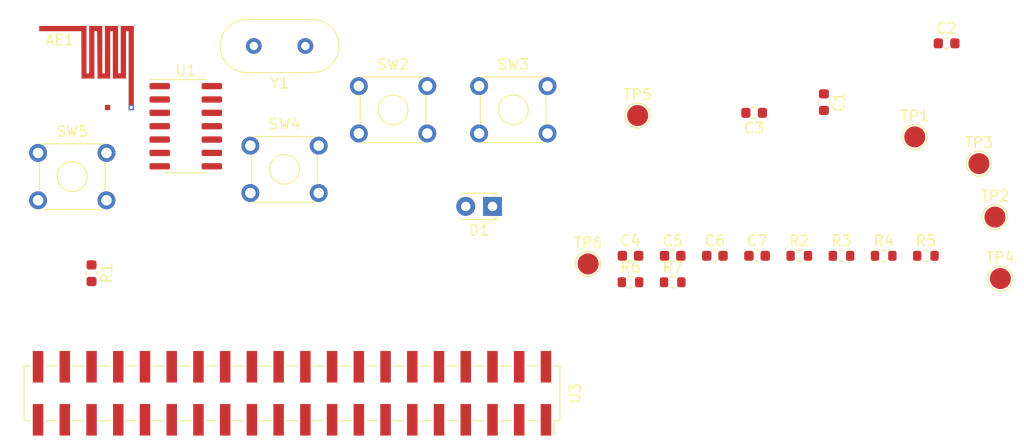
<source format=kicad_pcb>
(kicad_pcb (version 20171130) (host pcbnew "(5.1.12-1-10_14)")

  (general
    (thickness 1.6)
    (drawings 4)
    (tracks 0)
    (zones 0)
    (modules 29)
    (nets 46)
  )

  (page A4)
  (layers
    (0 F.Cu signal)
    (31 B.Cu signal)
    (32 B.Adhes user)
    (33 F.Adhes user)
    (34 B.Paste user)
    (35 F.Paste user)
    (36 B.SilkS user)
    (37 F.SilkS user)
    (38 B.Mask user)
    (39 F.Mask user)
    (40 Dwgs.User user)
    (41 Cmts.User user)
    (42 Eco1.User user)
    (43 Eco2.User user)
    (44 Edge.Cuts user)
    (45 Margin user)
    (46 B.CrtYd user)
    (47 F.CrtYd user)
    (48 B.Fab user)
    (49 F.Fab user)
  )

  (setup
    (last_trace_width 0.25)
    (trace_clearance 0.2)
    (zone_clearance 0.508)
    (zone_45_only no)
    (trace_min 0.2)
    (via_size 0.8)
    (via_drill 0.4)
    (via_min_size 0.4)
    (via_min_drill 0.3)
    (uvia_size 0.3)
    (uvia_drill 0.1)
    (uvias_allowed no)
    (uvia_min_size 0.2)
    (uvia_min_drill 0.1)
    (edge_width 0.05)
    (segment_width 0.2)
    (pcb_text_width 0.3)
    (pcb_text_size 1.5 1.5)
    (mod_edge_width 0.12)
    (mod_text_size 1 1)
    (mod_text_width 0.15)
    (pad_size 1.524 1.524)
    (pad_drill 0.762)
    (pad_to_mask_clearance 0.051)
    (solder_mask_min_width 0.25)
    (aux_axis_origin 0 0)
    (visible_elements FFFFF77F)
    (pcbplotparams
      (layerselection 0x010fc_ffffffff)
      (usegerberextensions false)
      (usegerberattributes false)
      (usegerberadvancedattributes false)
      (creategerberjobfile false)
      (excludeedgelayer true)
      (linewidth 0.100000)
      (plotframeref false)
      (viasonmask false)
      (mode 1)
      (useauxorigin false)
      (hpglpennumber 1)
      (hpglpenspeed 20)
      (hpglpendiameter 15.000000)
      (psnegative false)
      (psa4output false)
      (plotreference true)
      (plotvalue true)
      (plotinvisibletext false)
      (padsonsilk false)
      (subtractmaskfromsilk false)
      (outputformat 1)
      (mirror false)
      (drillshape 1)
      (scaleselection 1)
      (outputdirectory ""))
  )

  (net 0 "")
  (net 1 "Net-(AE1-Pad1)")
  (net 2 GND)
  (net 3 "Net-(C2-Pad1)")
  (net 4 "Net-(C3-Pad1)")
  (net 5 "Net-(D1-Pad2)")
  (net 6 "Net-(R1-Pad1)")
  (net 7 /FORWARD)
  (net 8 /LEFT)
  (net 9 /REVERSE)
  (net 10 /RIGHT)
  (net 11 "Net-(U1-Pad5)")
  (net 12 "Net-(U1-Pad8)")
  (net 13 +3V0)
  (net 14 "Net-(C4-Pad2)")
  (net 15 "Net-(C5-Pad2)")
  (net 16 "Net-(C6-Pad2)")
  (net 17 "Net-(C7-Pad2)")
  (net 18 +3V3)
  (net 19 "Net-(U3-Pad6)")
  (net 20 "Net-(U3-Pad7)")
  (net 21 "Net-(U3-Pad9)")
  (net 22 "Net-(U3-Pad10)")
  (net 23 "Net-(U3-Pad11)")
  (net 24 "Net-(U3-Pad12)")
  (net 25 "Net-(U3-Pad14)")
  (net 26 "Net-(U3-Pad15)")
  (net 27 "Net-(U3-Pad16)")
  (net 28 "Net-(U3-Pad17)")
  (net 29 "Net-(U3-Pad19)")
  (net 30 "Net-(U3-Pad20)")
  (net 31 "Net-(U3-Pad21)")
  (net 32 "Net-(U3-Pad22)")
  (net 33 "Net-(U3-Pad24)")
  (net 34 "Net-(U3-Pad25)")
  (net 35 "Net-(U3-Pad26)")
  (net 36 "Net-(U3-Pad27)")
  (net 37 "Net-(U3-Pad29)")
  (net 38 "Net-(U3-Pad30)")
  (net 39 "Net-(U3-Pad31)")
  (net 40 "Net-(U3-Pad32)")
  (net 41 "Net-(U3-Pad34)")
  (net 42 "Net-(U3-Pad35)")
  (net 43 "Net-(U3-Pad37)")
  (net 44 "Net-(U3-Pad39)")
  (net 45 "Net-(U3-Pad40)")

  (net_class Default "This is the default net class."
    (clearance 0.2)
    (trace_width 0.25)
    (via_dia 0.8)
    (via_drill 0.4)
    (uvia_dia 0.3)
    (uvia_drill 0.1)
    (add_net +3V0)
    (add_net +3V3)
    (add_net /FORWARD)
    (add_net /LEFT)
    (add_net /REVERSE)
    (add_net /RIGHT)
    (add_net GND)
    (add_net "Net-(AE1-Pad1)")
    (add_net "Net-(C2-Pad1)")
    (add_net "Net-(C3-Pad1)")
    (add_net "Net-(C4-Pad2)")
    (add_net "Net-(C5-Pad2)")
    (add_net "Net-(C6-Pad2)")
    (add_net "Net-(C7-Pad2)")
    (add_net "Net-(D1-Pad2)")
    (add_net "Net-(R1-Pad1)")
    (add_net "Net-(U1-Pad5)")
    (add_net "Net-(U1-Pad8)")
    (add_net "Net-(U3-Pad10)")
    (add_net "Net-(U3-Pad11)")
    (add_net "Net-(U3-Pad12)")
    (add_net "Net-(U3-Pad14)")
    (add_net "Net-(U3-Pad15)")
    (add_net "Net-(U3-Pad16)")
    (add_net "Net-(U3-Pad17)")
    (add_net "Net-(U3-Pad19)")
    (add_net "Net-(U3-Pad20)")
    (add_net "Net-(U3-Pad21)")
    (add_net "Net-(U3-Pad22)")
    (add_net "Net-(U3-Pad24)")
    (add_net "Net-(U3-Pad25)")
    (add_net "Net-(U3-Pad26)")
    (add_net "Net-(U3-Pad27)")
    (add_net "Net-(U3-Pad29)")
    (add_net "Net-(U3-Pad30)")
    (add_net "Net-(U3-Pad31)")
    (add_net "Net-(U3-Pad32)")
    (add_net "Net-(U3-Pad34)")
    (add_net "Net-(U3-Pad35)")
    (add_net "Net-(U3-Pad37)")
    (add_net "Net-(U3-Pad39)")
    (add_net "Net-(U3-Pad40)")
    (add_net "Net-(U3-Pad6)")
    (add_net "Net-(U3-Pad7)")
    (add_net "Net-(U3-Pad9)")
  )

  (module Capacitor_SMD:C_0603_1608Metric (layer F.Cu) (tedit 5B301BBE) (tstamp 615E0FD8)
    (at 206.756 58.674 270)
    (descr "Capacitor SMD 0603 (1608 Metric), square (rectangular) end terminal, IPC_7351 nominal, (Body size source: http://www.tortai-tech.com/upload/download/2011102023233369053.pdf), generated with kicad-footprint-generator")
    (tags capacitor)
    (path /60C68135)
    (attr smd)
    (fp_text reference C1 (at 0 -1.43 90) (layer F.SilkS)
      (effects (font (size 1 1) (thickness 0.15)))
    )
    (fp_text value 1uF (at 0 1.43 90) (layer F.Fab)
      (effects (font (size 1 1) (thickness 0.15)))
    )
    (fp_line (start -0.8 0.4) (end -0.8 -0.4) (layer F.Fab) (width 0.1))
    (fp_line (start -0.8 -0.4) (end 0.8 -0.4) (layer F.Fab) (width 0.1))
    (fp_line (start 0.8 -0.4) (end 0.8 0.4) (layer F.Fab) (width 0.1))
    (fp_line (start 0.8 0.4) (end -0.8 0.4) (layer F.Fab) (width 0.1))
    (fp_line (start -0.162779 -0.51) (end 0.162779 -0.51) (layer F.SilkS) (width 0.12))
    (fp_line (start -0.162779 0.51) (end 0.162779 0.51) (layer F.SilkS) (width 0.12))
    (fp_line (start -1.48 0.73) (end -1.48 -0.73) (layer F.CrtYd) (width 0.05))
    (fp_line (start -1.48 -0.73) (end 1.48 -0.73) (layer F.CrtYd) (width 0.05))
    (fp_line (start 1.48 -0.73) (end 1.48 0.73) (layer F.CrtYd) (width 0.05))
    (fp_line (start 1.48 0.73) (end -1.48 0.73) (layer F.CrtYd) (width 0.05))
    (fp_text user %R (at 0 0 90) (layer F.Fab)
      (effects (font (size 0.4 0.4) (thickness 0.06)))
    )
    (pad 1 smd roundrect (at -0.7875 0 270) (size 0.875 0.95) (layers F.Cu F.Paste F.Mask) (roundrect_rratio 0.25)
      (net 2 GND))
    (pad 2 smd roundrect (at 0.7875 0 270) (size 0.875 0.95) (layers F.Cu F.Paste F.Mask) (roundrect_rratio 0.25)
      (net 13 +3V0))
    (model ${KISYS3DMOD}/Capacitor_SMD.3dshapes/C_0603_1608Metric.wrl
      (at (xyz 0 0 0))
      (scale (xyz 1 1 1))
      (rotate (xyz 0 0 0))
    )
  )

  (module Capacitor_SMD:C_0603_1608Metric (layer F.Cu) (tedit 5B301BBE) (tstamp 615E0FE9)
    (at 218.4145 53.086)
    (descr "Capacitor SMD 0603 (1608 Metric), square (rectangular) end terminal, IPC_7351 nominal, (Body size source: http://www.tortai-tech.com/upload/download/2011102023233369053.pdf), generated with kicad-footprint-generator")
    (tags capacitor)
    (path /60C68781)
    (attr smd)
    (fp_text reference C2 (at 0 -1.43) (layer F.SilkS)
      (effects (font (size 1 1) (thickness 0.15)))
    )
    (fp_text value 1uF (at 0 1.43) (layer F.Fab)
      (effects (font (size 1 1) (thickness 0.15)))
    )
    (fp_line (start -0.8 0.4) (end -0.8 -0.4) (layer F.Fab) (width 0.1))
    (fp_line (start -0.8 -0.4) (end 0.8 -0.4) (layer F.Fab) (width 0.1))
    (fp_line (start 0.8 -0.4) (end 0.8 0.4) (layer F.Fab) (width 0.1))
    (fp_line (start 0.8 0.4) (end -0.8 0.4) (layer F.Fab) (width 0.1))
    (fp_line (start -0.162779 -0.51) (end 0.162779 -0.51) (layer F.SilkS) (width 0.12))
    (fp_line (start -0.162779 0.51) (end 0.162779 0.51) (layer F.SilkS) (width 0.12))
    (fp_line (start -1.48 0.73) (end -1.48 -0.73) (layer F.CrtYd) (width 0.05))
    (fp_line (start -1.48 -0.73) (end 1.48 -0.73) (layer F.CrtYd) (width 0.05))
    (fp_line (start 1.48 -0.73) (end 1.48 0.73) (layer F.CrtYd) (width 0.05))
    (fp_line (start 1.48 0.73) (end -1.48 0.73) (layer F.CrtYd) (width 0.05))
    (fp_text user %R (at 0 0) (layer F.Fab)
      (effects (font (size 0.4 0.4) (thickness 0.06)))
    )
    (pad 1 smd roundrect (at -0.7875 0) (size 0.875 0.95) (layers F.Cu F.Paste F.Mask) (roundrect_rratio 0.25)
      (net 3 "Net-(C2-Pad1)"))
    (pad 2 smd roundrect (at 0.7875 0) (size 0.875 0.95) (layers F.Cu F.Paste F.Mask) (roundrect_rratio 0.25)
      (net 2 GND))
    (model ${KISYS3DMOD}/Capacitor_SMD.3dshapes/C_0603_1608Metric.wrl
      (at (xyz 0 0 0))
      (scale (xyz 1 1 1))
      (rotate (xyz 0 0 0))
    )
  )

  (module Capacitor_SMD:C_0603_1608Metric (layer F.Cu) (tedit 5B301BBE) (tstamp 615E0FFA)
    (at 200.1265 59.69 180)
    (descr "Capacitor SMD 0603 (1608 Metric), square (rectangular) end terminal, IPC_7351 nominal, (Body size source: http://www.tortai-tech.com/upload/download/2011102023233369053.pdf), generated with kicad-footprint-generator")
    (tags capacitor)
    (path /60C68525)
    (attr smd)
    (fp_text reference C3 (at 0 -1.43) (layer F.SilkS)
      (effects (font (size 1 1) (thickness 0.15)))
    )
    (fp_text value 1uF (at 0 1.43) (layer F.Fab)
      (effects (font (size 1 1) (thickness 0.15)))
    )
    (fp_line (start 1.48 0.73) (end -1.48 0.73) (layer F.CrtYd) (width 0.05))
    (fp_line (start 1.48 -0.73) (end 1.48 0.73) (layer F.CrtYd) (width 0.05))
    (fp_line (start -1.48 -0.73) (end 1.48 -0.73) (layer F.CrtYd) (width 0.05))
    (fp_line (start -1.48 0.73) (end -1.48 -0.73) (layer F.CrtYd) (width 0.05))
    (fp_line (start -0.162779 0.51) (end 0.162779 0.51) (layer F.SilkS) (width 0.12))
    (fp_line (start -0.162779 -0.51) (end 0.162779 -0.51) (layer F.SilkS) (width 0.12))
    (fp_line (start 0.8 0.4) (end -0.8 0.4) (layer F.Fab) (width 0.1))
    (fp_line (start 0.8 -0.4) (end 0.8 0.4) (layer F.Fab) (width 0.1))
    (fp_line (start -0.8 -0.4) (end 0.8 -0.4) (layer F.Fab) (width 0.1))
    (fp_line (start -0.8 0.4) (end -0.8 -0.4) (layer F.Fab) (width 0.1))
    (fp_text user %R (at 0 0) (layer F.Fab)
      (effects (font (size 0.4 0.4) (thickness 0.06)))
    )
    (pad 2 smd roundrect (at 0.7875 0 180) (size 0.875 0.95) (layers F.Cu F.Paste F.Mask) (roundrect_rratio 0.25)
      (net 2 GND))
    (pad 1 smd roundrect (at -0.7875 0 180) (size 0.875 0.95) (layers F.Cu F.Paste F.Mask) (roundrect_rratio 0.25)
      (net 4 "Net-(C3-Pad1)"))
    (model ${KISYS3DMOD}/Capacitor_SMD.3dshapes/C_0603_1608Metric.wrl
      (at (xyz 0 0 0))
      (scale (xyz 1 1 1))
      (rotate (xyz 0 0 0))
    )
  )

  (module LED_THT:LED_D1.8mm_W3.3mm_H2.4mm (layer F.Cu) (tedit 5880A862) (tstamp 615E1013)
    (at 175.26 68.58 180)
    (descr "LED, Round,  Rectangular size 3.3x2.4mm^2 diameter 1.8mm, 2 pins")
    (tags "LED Round  Rectangular size 3.3x2.4mm^2 diameter 1.8mm 2 pins")
    (path /60C66FCA)
    (fp_text reference D1 (at 1.27 -2.26) (layer F.SilkS)
      (effects (font (size 1 1) (thickness 0.15)))
    )
    (fp_text value LED (at 1.27 2.26) (layer F.Fab)
      (effects (font (size 1 1) (thickness 0.15)))
    )
    (fp_circle (center 1.27 0) (end 2.17 0) (layer F.Fab) (width 0.1))
    (fp_line (start -0.38 -1.2) (end -0.38 1.2) (layer F.Fab) (width 0.1))
    (fp_line (start -0.38 1.2) (end 2.92 1.2) (layer F.Fab) (width 0.1))
    (fp_line (start 2.92 1.2) (end 2.92 -1.2) (layer F.Fab) (width 0.1))
    (fp_line (start 2.92 -1.2) (end -0.38 -1.2) (layer F.Fab) (width 0.1))
    (fp_line (start -0.44 -1.26) (end 2.98 -1.26) (layer F.SilkS) (width 0.12))
    (fp_line (start -0.44 1.26) (end 2.98 1.26) (layer F.SilkS) (width 0.12))
    (fp_line (start -0.44 -1.26) (end -0.44 -1.08) (layer F.SilkS) (width 0.12))
    (fp_line (start -0.44 1.08) (end -0.44 1.26) (layer F.SilkS) (width 0.12))
    (fp_line (start 2.98 -1.26) (end 2.98 -1.095) (layer F.SilkS) (width 0.12))
    (fp_line (start 2.98 1.095) (end 2.98 1.26) (layer F.SilkS) (width 0.12))
    (fp_line (start -0.32 -1.26) (end -0.32 -1.08) (layer F.SilkS) (width 0.12))
    (fp_line (start -0.32 1.08) (end -0.32 1.26) (layer F.SilkS) (width 0.12))
    (fp_line (start -0.2 -1.26) (end -0.2 -1.08) (layer F.SilkS) (width 0.12))
    (fp_line (start -0.2 1.08) (end -0.2 1.26) (layer F.SilkS) (width 0.12))
    (fp_line (start -1.15 -1.55) (end -1.15 1.55) (layer F.CrtYd) (width 0.05))
    (fp_line (start -1.15 1.55) (end 3.7 1.55) (layer F.CrtYd) (width 0.05))
    (fp_line (start 3.7 1.55) (end 3.7 -1.55) (layer F.CrtYd) (width 0.05))
    (fp_line (start 3.7 -1.55) (end -1.15 -1.55) (layer F.CrtYd) (width 0.05))
    (pad 1 thru_hole rect (at 0 0 180) (size 1.8 1.8) (drill 0.9) (layers *.Cu *.Mask)
      (net 2 GND))
    (pad 2 thru_hole circle (at 2.54 0 180) (size 1.8 1.8) (drill 0.9) (layers *.Cu *.Mask)
      (net 5 "Net-(D1-Pad2)"))
    (model ${KISYS3DMOD}/LED_THT.3dshapes/LED_D1.8mm_W3.3mm_H2.4mm.wrl
      (at (xyz 0 0 0))
      (scale (xyz 1 1 1))
      (rotate (xyz 0 0 0))
    )
  )

  (module Resistor_SMD:R_0603_1608Metric (layer F.Cu) (tedit 5B301BBD) (tstamp 615E1024)
    (at 137.16 74.93 270)
    (descr "Resistor SMD 0603 (1608 Metric), square (rectangular) end terminal, IPC_7351 nominal, (Body size source: http://www.tortai-tech.com/upload/download/2011102023233369053.pdf), generated with kicad-footprint-generator")
    (tags resistor)
    (path /60C67B11)
    (attr smd)
    (fp_text reference R1 (at 0 -1.43 90) (layer F.SilkS)
      (effects (font (size 1 1) (thickness 0.15)))
    )
    (fp_text value 1k (at 0 1.43 90) (layer F.Fab)
      (effects (font (size 1 1) (thickness 0.15)))
    )
    (fp_line (start -0.8 0.4) (end -0.8 -0.4) (layer F.Fab) (width 0.1))
    (fp_line (start -0.8 -0.4) (end 0.8 -0.4) (layer F.Fab) (width 0.1))
    (fp_line (start 0.8 -0.4) (end 0.8 0.4) (layer F.Fab) (width 0.1))
    (fp_line (start 0.8 0.4) (end -0.8 0.4) (layer F.Fab) (width 0.1))
    (fp_line (start -0.162779 -0.51) (end 0.162779 -0.51) (layer F.SilkS) (width 0.12))
    (fp_line (start -0.162779 0.51) (end 0.162779 0.51) (layer F.SilkS) (width 0.12))
    (fp_line (start -1.48 0.73) (end -1.48 -0.73) (layer F.CrtYd) (width 0.05))
    (fp_line (start -1.48 -0.73) (end 1.48 -0.73) (layer F.CrtYd) (width 0.05))
    (fp_line (start 1.48 -0.73) (end 1.48 0.73) (layer F.CrtYd) (width 0.05))
    (fp_line (start 1.48 0.73) (end -1.48 0.73) (layer F.CrtYd) (width 0.05))
    (fp_text user %R (at 0 0 90) (layer F.Fab)
      (effects (font (size 0.4 0.4) (thickness 0.06)))
    )
    (pad 1 smd roundrect (at -0.7875 0 270) (size 0.875 0.95) (layers F.Cu F.Paste F.Mask) (roundrect_rratio 0.25)
      (net 6 "Net-(R1-Pad1)"))
    (pad 2 smd roundrect (at 0.7875 0 270) (size 0.875 0.95) (layers F.Cu F.Paste F.Mask) (roundrect_rratio 0.25)
      (net 5 "Net-(D1-Pad2)"))
    (model ${KISYS3DMOD}/Resistor_SMD.3dshapes/R_0603_1608Metric.wrl
      (at (xyz 0 0 0))
      (scale (xyz 1 1 1))
      (rotate (xyz 0 0 0))
    )
  )

  (module TestPoint:TestPoint_Pad_D2.0mm (layer F.Cu) (tedit 5A0F774F) (tstamp 615E102C)
    (at 215.392 61.976)
    (descr "SMD pad as test Point, diameter 2.0mm")
    (tags "test point SMD pad")
    (path /615EA300)
    (attr virtual)
    (fp_text reference TP1 (at 0 -1.998) (layer F.SilkS)
      (effects (font (size 1 1) (thickness 0.15)))
    )
    (fp_text value FORWARD (at 0 2.05) (layer F.Fab)
      (effects (font (size 1 1) (thickness 0.15)))
    )
    (fp_circle (center 0 0) (end 1.5 0) (layer F.CrtYd) (width 0.05))
    (fp_circle (center 0 0) (end 0 1.2) (layer F.SilkS) (width 0.12))
    (fp_text user %R (at 0 -2) (layer F.Fab)
      (effects (font (size 1 1) (thickness 0.15)))
    )
    (pad 1 smd circle (at 0 0) (size 2 2) (layers F.Cu F.Mask)
      (net 7 /FORWARD))
  )

  (module TestPoint:TestPoint_Pad_D2.0mm (layer F.Cu) (tedit 5A0F774F) (tstamp 615E1034)
    (at 223.012 69.596)
    (descr "SMD pad as test Point, diameter 2.0mm")
    (tags "test point SMD pad")
    (path /615EB9D7)
    (attr virtual)
    (fp_text reference TP2 (at 0 -1.998) (layer F.SilkS)
      (effects (font (size 1 1) (thickness 0.15)))
    )
    (fp_text value LEFT (at 0 2.05) (layer F.Fab)
      (effects (font (size 1 1) (thickness 0.15)))
    )
    (fp_circle (center 0 0) (end 1.5 0) (layer F.CrtYd) (width 0.05))
    (fp_circle (center 0 0) (end 0 1.2) (layer F.SilkS) (width 0.12))
    (fp_text user %R (at 0 -2) (layer F.Fab)
      (effects (font (size 1 1) (thickness 0.15)))
    )
    (pad 1 smd circle (at 0 0) (size 2 2) (layers F.Cu F.Mask)
      (net 8 /LEFT))
  )

  (module TestPoint:TestPoint_Pad_D2.0mm (layer F.Cu) (tedit 5A0F774F) (tstamp 615E103C)
    (at 221.488 64.516)
    (descr "SMD pad as test Point, diameter 2.0mm")
    (tags "test point SMD pad")
    (path /615EB2C4)
    (attr virtual)
    (fp_text reference TP3 (at 0 -1.998) (layer F.SilkS)
      (effects (font (size 1 1) (thickness 0.15)))
    )
    (fp_text value REVERSE (at 0 2.05) (layer F.Fab)
      (effects (font (size 1 1) (thickness 0.15)))
    )
    (fp_circle (center 0 0) (end 0 1.2) (layer F.SilkS) (width 0.12))
    (fp_circle (center 0 0) (end 1.5 0) (layer F.CrtYd) (width 0.05))
    (fp_text user %R (at 0 -2) (layer F.Fab)
      (effects (font (size 1 1) (thickness 0.15)))
    )
    (pad 1 smd circle (at 0 0) (size 2 2) (layers F.Cu F.Mask)
      (net 9 /REVERSE))
  )

  (module TestPoint:TestPoint_Pad_D2.0mm (layer F.Cu) (tedit 5A0F774F) (tstamp 615E1044)
    (at 223.52 75.438)
    (descr "SMD pad as test Point, diameter 2.0mm")
    (tags "test point SMD pad")
    (path /615EC7FE)
    (attr virtual)
    (fp_text reference TP4 (at 0 -1.998) (layer F.SilkS)
      (effects (font (size 1 1) (thickness 0.15)))
    )
    (fp_text value RIGHT (at 0 2.05) (layer F.Fab)
      (effects (font (size 1 1) (thickness 0.15)))
    )
    (fp_circle (center 0 0) (end 0 1.2) (layer F.SilkS) (width 0.12))
    (fp_circle (center 0 0) (end 1.5 0) (layer F.CrtYd) (width 0.05))
    (fp_text user %R (at 0 -2) (layer F.Fab)
      (effects (font (size 1 1) (thickness 0.15)))
    )
    (pad 1 smd circle (at 0 0) (size 2 2) (layers F.Cu F.Mask)
      (net 10 /RIGHT))
  )

  (module Package_SO:SOIC-14_3.9x8.7mm_P1.27mm (layer F.Cu) (tedit 5C97300E) (tstamp 6161D286)
    (at 146.115 60.96)
    (descr "SOIC, 14 Pin (JEDEC MS-012AB, https://www.analog.com/media/en/package-pcb-resources/package/pkg_pdf/soic_narrow-r/r_14.pdf), generated with kicad-footprint-generator ipc_gullwing_generator.py")
    (tags "SOIC SO")
    (path /60C70A6F)
    (attr smd)
    (fp_text reference U1 (at 0 -5.28) (layer F.SilkS)
      (effects (font (size 1 1) (thickness 0.15)))
    )
    (fp_text value Conn_02x07_Counter_Clockwise (at 0 5.28) (layer F.Fab)
      (effects (font (size 1 1) (thickness 0.15)))
    )
    (fp_line (start 0 4.435) (end 1.95 4.435) (layer F.SilkS) (width 0.12))
    (fp_line (start 0 4.435) (end -1.95 4.435) (layer F.SilkS) (width 0.12))
    (fp_line (start 0 -4.435) (end 1.95 -4.435) (layer F.SilkS) (width 0.12))
    (fp_line (start 0 -4.435) (end -3.45 -4.435) (layer F.SilkS) (width 0.12))
    (fp_line (start -0.975 -4.325) (end 1.95 -4.325) (layer F.Fab) (width 0.1))
    (fp_line (start 1.95 -4.325) (end 1.95 4.325) (layer F.Fab) (width 0.1))
    (fp_line (start 1.95 4.325) (end -1.95 4.325) (layer F.Fab) (width 0.1))
    (fp_line (start -1.95 4.325) (end -1.95 -3.35) (layer F.Fab) (width 0.1))
    (fp_line (start -1.95 -3.35) (end -0.975 -4.325) (layer F.Fab) (width 0.1))
    (fp_line (start -3.7 -4.58) (end -3.7 4.58) (layer F.CrtYd) (width 0.05))
    (fp_line (start -3.7 4.58) (end 3.7 4.58) (layer F.CrtYd) (width 0.05))
    (fp_line (start 3.7 4.58) (end 3.7 -4.58) (layer F.CrtYd) (width 0.05))
    (fp_line (start 3.7 -4.58) (end -3.7 -4.58) (layer F.CrtYd) (width 0.05))
    (fp_text user %R (at 0.189 0) (layer F.Fab)
      (effects (font (size 0.98 0.98) (thickness 0.15)))
    )
    (pad 1 smd roundrect (at -2.475 -3.81) (size 1.95 0.6) (layers F.Cu F.Paste F.Mask) (roundrect_rratio 0.25)
      (net 2 GND))
    (pad 2 smd roundrect (at -2.475 -2.54) (size 1.95 0.6) (layers F.Cu F.Paste F.Mask) (roundrect_rratio 0.25)
      (net 1 "Net-(AE1-Pad1)"))
    (pad 3 smd roundrect (at -2.475 -1.27) (size 1.95 0.6) (layers F.Cu F.Paste F.Mask) (roundrect_rratio 0.25)
      (net 13 +3V0))
    (pad 4 smd roundrect (at -2.475 0) (size 1.95 0.6) (layers F.Cu F.Paste F.Mask) (roundrect_rratio 0.25)
      (net 6 "Net-(R1-Pad1)"))
    (pad 5 smd roundrect (at -2.475 1.27) (size 1.95 0.6) (layers F.Cu F.Paste F.Mask) (roundrect_rratio 0.25)
      (net 11 "Net-(U1-Pad5)"))
    (pad 6 smd roundrect (at -2.475 2.54) (size 1.95 0.6) (layers F.Cu F.Paste F.Mask) (roundrect_rratio 0.25)
      (net 8 /LEFT))
    (pad 7 smd roundrect (at -2.475 3.81) (size 1.95 0.6) (layers F.Cu F.Paste F.Mask) (roundrect_rratio 0.25)
      (net 10 /RIGHT))
    (pad 8 smd roundrect (at 2.475 3.81) (size 1.95 0.6) (layers F.Cu F.Paste F.Mask) (roundrect_rratio 0.25)
      (net 12 "Net-(U1-Pad8)"))
    (pad 9 smd roundrect (at 2.475 2.54) (size 1.95 0.6) (layers F.Cu F.Paste F.Mask) (roundrect_rratio 0.25)
      (net 13 +3V0))
    (pad 10 smd roundrect (at 2.475 1.27) (size 1.95 0.6) (layers F.Cu F.Paste F.Mask) (roundrect_rratio 0.25)
      (net 9 /REVERSE))
    (pad 11 smd roundrect (at 2.475 0) (size 1.95 0.6) (layers F.Cu F.Paste F.Mask) (roundrect_rratio 0.25)
      (net 7 /FORWARD))
    (pad 12 smd roundrect (at 2.475 -1.27) (size 1.95 0.6) (layers F.Cu F.Paste F.Mask) (roundrect_rratio 0.25)
      (net 13 +3V0))
    (pad 13 smd roundrect (at 2.475 -2.54) (size 1.95 0.6) (layers F.Cu F.Paste F.Mask) (roundrect_rratio 0.25)
      (net 3 "Net-(C2-Pad1)"))
    (pad 14 smd roundrect (at 2.475 -3.81) (size 1.95 0.6) (layers F.Cu F.Paste F.Mask) (roundrect_rratio 0.25)
      (net 4 "Net-(C3-Pad1)"))
    (model ${KISYS3DMOD}/Package_SO.3dshapes/SOIC-14_3.9x8.7mm_P1.27mm.wrl
      (at (xyz 0 0 0))
      (scale (xyz 1 1 1))
      (rotate (xyz 0 0 0))
    )
  )

  (module Crystal:Crystal_HC18-U_Vertical (layer F.Cu) (tedit 5A1AD3B7) (tstamp 6161DB6D)
    (at 157.48 53.34 180)
    (descr "Crystal THT HC-18/U, http://5hertz.com/pdfs/04404_D.pdf")
    (tags "THT crystalHC-18/U")
    (path /60C6C05E)
    (fp_text reference Y1 (at 2.45 -3.525) (layer F.SilkS)
      (effects (font (size 1 1) (thickness 0.15)))
    )
    (fp_text value Crystal (at 2.45 3.525) (layer F.Fab)
      (effects (font (size 1 1) (thickness 0.15)))
    )
    (fp_line (start -0.675 -2.325) (end 5.575 -2.325) (layer F.Fab) (width 0.1))
    (fp_line (start -0.675 2.325) (end 5.575 2.325) (layer F.Fab) (width 0.1))
    (fp_line (start -0.55 -2) (end 5.45 -2) (layer F.Fab) (width 0.1))
    (fp_line (start -0.55 2) (end 5.45 2) (layer F.Fab) (width 0.1))
    (fp_line (start -0.675 -2.525) (end 5.575 -2.525) (layer F.SilkS) (width 0.12))
    (fp_line (start -0.675 2.525) (end 5.575 2.525) (layer F.SilkS) (width 0.12))
    (fp_line (start -3.5 -2.8) (end -3.5 2.8) (layer F.CrtYd) (width 0.05))
    (fp_line (start -3.5 2.8) (end 8.4 2.8) (layer F.CrtYd) (width 0.05))
    (fp_line (start 8.4 2.8) (end 8.4 -2.8) (layer F.CrtYd) (width 0.05))
    (fp_line (start 8.4 -2.8) (end -3.5 -2.8) (layer F.CrtYd) (width 0.05))
    (fp_text user %R (at 2.45 0) (layer F.Fab)
      (effects (font (size 1 1) (thickness 0.15)))
    )
    (fp_arc (start -0.675 0) (end -0.675 -2.325) (angle -180) (layer F.Fab) (width 0.1))
    (fp_arc (start 5.575 0) (end 5.575 -2.325) (angle 180) (layer F.Fab) (width 0.1))
    (fp_arc (start -0.55 0) (end -0.55 -2) (angle -180) (layer F.Fab) (width 0.1))
    (fp_arc (start 5.45 0) (end 5.45 -2) (angle 180) (layer F.Fab) (width 0.1))
    (fp_arc (start -0.675 0) (end -0.675 -2.525) (angle -180) (layer F.SilkS) (width 0.12))
    (fp_arc (start 5.575 0) (end 5.575 -2.525) (angle 180) (layer F.SilkS) (width 0.12))
    (pad 1 thru_hole circle (at 0 0 180) (size 1.5 1.5) (drill 0.8) (layers *.Cu *.Mask)
      (net 3 "Net-(C2-Pad1)"))
    (pad 2 thru_hole circle (at 4.9 0 180) (size 1.5 1.5) (drill 0.8) (layers *.Cu *.Mask)
      (net 4 "Net-(C3-Pad1)"))
    (model ${KISYS3DMOD}/Crystal.3dshapes/Crystal_HC18-U_Vertical.wrl
      (at (xyz 0 0 0))
      (scale (xyz 1 1 1))
      (rotate (xyz 0 0 0))
    )
  )

  (module RF_Antenna:SZJJX_CAR_TX_2.4GHz_Left (layer F.Cu) (tedit 616AB6D2) (tstamp 616B12D7)
    (at 138.684 59.182)
    (tags "PCB antenna")
    (path /60C69163)
    (attr virtual)
    (fp_text reference AE1 (at -4.55 -6.41) (layer F.SilkS)
      (effects (font (size 1 1) (thickness 0.15)))
    )
    (fp_text value Antenna (at -3.95 1.21) (layer F.Fab)
      (effects (font (size 1 1) (thickness 0.15)))
    )
    (fp_line (start 3.2 -8.5) (end -7.5 -8.5) (layer F.Fab) (width 0.15))
    (fp_line (start -7.5 0.35) (end 3.2 0.35) (layer F.Fab) (width 0.15))
    (fp_line (start 3.2 0.35) (end 3.2 -8.5) (layer F.Fab) (width 0.15))
    (fp_line (start -7.5 -8.5) (end -7.5 0.35) (layer F.Fab) (width 0.15))
    (fp_line (start 3.2 0.35) (end 3.2 -8.5) (layer F.CrtYd) (width 0.05))
    (fp_line (start -7.5 0.35) (end 3.2 0.35) (layer F.CrtYd) (width 0.05))
    (fp_line (start -7.5 -8.5) (end -7.5 0.35) (layer F.CrtYd) (width 0.05))
    (fp_line (start 3.2 -8.5) (end -7.5 -8.5) (layer F.CrtYd) (width 0.05))
    (fp_line (start 2.75 -0.25) (end -7 -8) (layer Dwgs.User) (width 0.15))
    (fp_line (start 2.75 -8) (end -7 -0.25) (layer Dwgs.User) (width 0.15))
    (fp_line (start -7 -0.25) (end -7 -8) (layer Dwgs.User) (width 0.15))
    (fp_line (start 2.75 -0.25) (end 2.75 -8) (layer Dwgs.User) (width 0.15))
    (fp_line (start 2.75 -0.25) (end -7 -0.25) (layer Dwgs.User) (width 0.15))
    (fp_line (start 2.75 -8) (end -7 -8) (layer Dwgs.User) (width 0.15))
    (fp_poly (pts (xy -2 -7.75) (xy -2 -3.25) (xy -1.75 -3.25) (xy -1.75 -7.75)
      (xy -0.5 -7.75) (xy -0.5 -3.25) (xy -0.25 -3.25) (xy -0.25 -7.75)
      (xy 1 -7.75) (xy 1 -3.25) (xy 1.25 -3.25) (xy 1.25 -7.75)
      (xy 2.5 -7.75) (xy 2.5 0.25) (xy 2 0.25) (xy 2 -7.25)
      (xy 1.75 -7.25) (xy 1.75 -2.75) (xy 0.5 -2.75) (xy 0.5 -7.25)
      (xy 0.25 -7.25) (xy 0.25 -2.75) (xy -0.950138 -2.75) (xy -1 -7.25)
      (xy -1.25 -7.25) (xy -1.25 -2.75) (xy -2.4774 -2.75) (xy -2.5 -7.25)
      (xy -6.5 -7.25) (xy -6.5 -7.75)) (layer F.Cu) (width 0))
    (fp_text user %R (at -4.55 -6.4) (layer F.Fab)
      (effects (font (size 1 1) (thickness 0.15)))
    )
    (pad 2 thru_hole rect (at 2.25 0) (size 0.5 0.5) (drill 0.3) (layers *.Cu)
      (zone_connect 2))
    (pad 1 connect rect (at 0 0) (size 0.5 0.5) (layers F.Cu)
      (net 1 "Net-(AE1-Pad1)"))
  )

  (module Capacitor_SMD:C_0603_1608Metric (layer F.Cu) (tedit 5F68FEEE) (tstamp 61B72EE1)
    (at 188.375001 73.275001)
    (descr "Capacitor SMD 0603 (1608 Metric), square (rectangular) end terminal, IPC_7351 nominal, (Body size source: IPC-SM-782 page 76, https://www.pcb-3d.com/wordpress/wp-content/uploads/ipc-sm-782a_amendment_1_and_2.pdf), generated with kicad-footprint-generator")
    (tags capacitor)
    (path /61BC3E79)
    (attr smd)
    (fp_text reference C4 (at 0 -1.43) (layer F.SilkS)
      (effects (font (size 1 1) (thickness 0.15)))
    )
    (fp_text value 20uF (at 0 1.43) (layer F.Fab)
      (effects (font (size 1 1) (thickness 0.15)))
    )
    (fp_text user %R (at 0 0) (layer F.Fab)
      (effects (font (size 0.4 0.4) (thickness 0.06)))
    )
    (fp_line (start -0.8 0.4) (end -0.8 -0.4) (layer F.Fab) (width 0.1))
    (fp_line (start -0.8 -0.4) (end 0.8 -0.4) (layer F.Fab) (width 0.1))
    (fp_line (start 0.8 -0.4) (end 0.8 0.4) (layer F.Fab) (width 0.1))
    (fp_line (start 0.8 0.4) (end -0.8 0.4) (layer F.Fab) (width 0.1))
    (fp_line (start -0.14058 -0.51) (end 0.14058 -0.51) (layer F.SilkS) (width 0.12))
    (fp_line (start -0.14058 0.51) (end 0.14058 0.51) (layer F.SilkS) (width 0.12))
    (fp_line (start -1.48 0.73) (end -1.48 -0.73) (layer F.CrtYd) (width 0.05))
    (fp_line (start -1.48 -0.73) (end 1.48 -0.73) (layer F.CrtYd) (width 0.05))
    (fp_line (start 1.48 -0.73) (end 1.48 0.73) (layer F.CrtYd) (width 0.05))
    (fp_line (start 1.48 0.73) (end -1.48 0.73) (layer F.CrtYd) (width 0.05))
    (pad 2 smd roundrect (at 0.775 0) (size 0.9 0.95) (layers F.Cu F.Paste F.Mask) (roundrect_rratio 0.25)
      (net 14 "Net-(C4-Pad2)"))
    (pad 1 smd roundrect (at -0.775 0) (size 0.9 0.95) (layers F.Cu F.Paste F.Mask) (roundrect_rratio 0.25)
      (net 2 GND))
    (model ${KISYS3DMOD}/Capacitor_SMD.3dshapes/C_0603_1608Metric.wrl
      (at (xyz 0 0 0))
      (scale (xyz 1 1 1))
      (rotate (xyz 0 0 0))
    )
  )

  (module Capacitor_SMD:C_0603_1608Metric (layer F.Cu) (tedit 5F68FEEE) (tstamp 61B72EF2)
    (at 192.385001 73.275001)
    (descr "Capacitor SMD 0603 (1608 Metric), square (rectangular) end terminal, IPC_7351 nominal, (Body size source: IPC-SM-782 page 76, https://www.pcb-3d.com/wordpress/wp-content/uploads/ipc-sm-782a_amendment_1_and_2.pdf), generated with kicad-footprint-generator")
    (tags capacitor)
    (path /61BBEC22)
    (attr smd)
    (fp_text reference C5 (at 0 -1.43) (layer F.SilkS)
      (effects (font (size 1 1) (thickness 0.15)))
    )
    (fp_text value 20uF (at 0 1.43) (layer F.Fab)
      (effects (font (size 1 1) (thickness 0.15)))
    )
    (fp_line (start 1.48 0.73) (end -1.48 0.73) (layer F.CrtYd) (width 0.05))
    (fp_line (start 1.48 -0.73) (end 1.48 0.73) (layer F.CrtYd) (width 0.05))
    (fp_line (start -1.48 -0.73) (end 1.48 -0.73) (layer F.CrtYd) (width 0.05))
    (fp_line (start -1.48 0.73) (end -1.48 -0.73) (layer F.CrtYd) (width 0.05))
    (fp_line (start -0.14058 0.51) (end 0.14058 0.51) (layer F.SilkS) (width 0.12))
    (fp_line (start -0.14058 -0.51) (end 0.14058 -0.51) (layer F.SilkS) (width 0.12))
    (fp_line (start 0.8 0.4) (end -0.8 0.4) (layer F.Fab) (width 0.1))
    (fp_line (start 0.8 -0.4) (end 0.8 0.4) (layer F.Fab) (width 0.1))
    (fp_line (start -0.8 -0.4) (end 0.8 -0.4) (layer F.Fab) (width 0.1))
    (fp_line (start -0.8 0.4) (end -0.8 -0.4) (layer F.Fab) (width 0.1))
    (fp_text user %R (at 0 0) (layer F.Fab)
      (effects (font (size 0.4 0.4) (thickness 0.06)))
    )
    (pad 1 smd roundrect (at -0.775 0) (size 0.9 0.95) (layers F.Cu F.Paste F.Mask) (roundrect_rratio 0.25)
      (net 2 GND))
    (pad 2 smd roundrect (at 0.775 0) (size 0.9 0.95) (layers F.Cu F.Paste F.Mask) (roundrect_rratio 0.25)
      (net 15 "Net-(C5-Pad2)"))
    (model ${KISYS3DMOD}/Capacitor_SMD.3dshapes/C_0603_1608Metric.wrl
      (at (xyz 0 0 0))
      (scale (xyz 1 1 1))
      (rotate (xyz 0 0 0))
    )
  )

  (module Capacitor_SMD:C_0603_1608Metric (layer F.Cu) (tedit 5F68FEEE) (tstamp 61B72F03)
    (at 196.395001 73.275001)
    (descr "Capacitor SMD 0603 (1608 Metric), square (rectangular) end terminal, IPC_7351 nominal, (Body size source: IPC-SM-782 page 76, https://www.pcb-3d.com/wordpress/wp-content/uploads/ipc-sm-782a_amendment_1_and_2.pdf), generated with kicad-footprint-generator")
    (tags capacitor)
    (path /61BC39DD)
    (attr smd)
    (fp_text reference C6 (at 0 -1.43) (layer F.SilkS)
      (effects (font (size 1 1) (thickness 0.15)))
    )
    (fp_text value 20uF (at 0 1.43) (layer F.Fab)
      (effects (font (size 1 1) (thickness 0.15)))
    )
    (fp_line (start 1.48 0.73) (end -1.48 0.73) (layer F.CrtYd) (width 0.05))
    (fp_line (start 1.48 -0.73) (end 1.48 0.73) (layer F.CrtYd) (width 0.05))
    (fp_line (start -1.48 -0.73) (end 1.48 -0.73) (layer F.CrtYd) (width 0.05))
    (fp_line (start -1.48 0.73) (end -1.48 -0.73) (layer F.CrtYd) (width 0.05))
    (fp_line (start -0.14058 0.51) (end 0.14058 0.51) (layer F.SilkS) (width 0.12))
    (fp_line (start -0.14058 -0.51) (end 0.14058 -0.51) (layer F.SilkS) (width 0.12))
    (fp_line (start 0.8 0.4) (end -0.8 0.4) (layer F.Fab) (width 0.1))
    (fp_line (start 0.8 -0.4) (end 0.8 0.4) (layer F.Fab) (width 0.1))
    (fp_line (start -0.8 -0.4) (end 0.8 -0.4) (layer F.Fab) (width 0.1))
    (fp_line (start -0.8 0.4) (end -0.8 -0.4) (layer F.Fab) (width 0.1))
    (fp_text user %R (at 0 0) (layer F.Fab)
      (effects (font (size 0.4 0.4) (thickness 0.06)))
    )
    (pad 1 smd roundrect (at -0.775 0) (size 0.9 0.95) (layers F.Cu F.Paste F.Mask) (roundrect_rratio 0.25)
      (net 2 GND))
    (pad 2 smd roundrect (at 0.775 0) (size 0.9 0.95) (layers F.Cu F.Paste F.Mask) (roundrect_rratio 0.25)
      (net 16 "Net-(C6-Pad2)"))
    (model ${KISYS3DMOD}/Capacitor_SMD.3dshapes/C_0603_1608Metric.wrl
      (at (xyz 0 0 0))
      (scale (xyz 1 1 1))
      (rotate (xyz 0 0 0))
    )
  )

  (module Capacitor_SMD:C_0603_1608Metric (layer F.Cu) (tedit 5F68FEEE) (tstamp 61B72F14)
    (at 200.405001 73.275001)
    (descr "Capacitor SMD 0603 (1608 Metric), square (rectangular) end terminal, IPC_7351 nominal, (Body size source: IPC-SM-782 page 76, https://www.pcb-3d.com/wordpress/wp-content/uploads/ipc-sm-782a_amendment_1_and_2.pdf), generated with kicad-footprint-generator")
    (tags capacitor)
    (path /61BBF4E2)
    (attr smd)
    (fp_text reference C7 (at 0 -1.43) (layer F.SilkS)
      (effects (font (size 1 1) (thickness 0.15)))
    )
    (fp_text value 20uF (at 0 1.43) (layer F.Fab)
      (effects (font (size 1 1) (thickness 0.15)))
    )
    (fp_text user %R (at 0 0) (layer F.Fab)
      (effects (font (size 0.4 0.4) (thickness 0.06)))
    )
    (fp_line (start -0.8 0.4) (end -0.8 -0.4) (layer F.Fab) (width 0.1))
    (fp_line (start -0.8 -0.4) (end 0.8 -0.4) (layer F.Fab) (width 0.1))
    (fp_line (start 0.8 -0.4) (end 0.8 0.4) (layer F.Fab) (width 0.1))
    (fp_line (start 0.8 0.4) (end -0.8 0.4) (layer F.Fab) (width 0.1))
    (fp_line (start -0.14058 -0.51) (end 0.14058 -0.51) (layer F.SilkS) (width 0.12))
    (fp_line (start -0.14058 0.51) (end 0.14058 0.51) (layer F.SilkS) (width 0.12))
    (fp_line (start -1.48 0.73) (end -1.48 -0.73) (layer F.CrtYd) (width 0.05))
    (fp_line (start -1.48 -0.73) (end 1.48 -0.73) (layer F.CrtYd) (width 0.05))
    (fp_line (start 1.48 -0.73) (end 1.48 0.73) (layer F.CrtYd) (width 0.05))
    (fp_line (start 1.48 0.73) (end -1.48 0.73) (layer F.CrtYd) (width 0.05))
    (pad 2 smd roundrect (at 0.775 0) (size 0.9 0.95) (layers F.Cu F.Paste F.Mask) (roundrect_rratio 0.25)
      (net 17 "Net-(C7-Pad2)"))
    (pad 1 smd roundrect (at -0.775 0) (size 0.9 0.95) (layers F.Cu F.Paste F.Mask) (roundrect_rratio 0.25)
      (net 2 GND))
    (model ${KISYS3DMOD}/Capacitor_SMD.3dshapes/C_0603_1608Metric.wrl
      (at (xyz 0 0 0))
      (scale (xyz 1 1 1))
      (rotate (xyz 0 0 0))
    )
  )

  (module Resistor_SMD:R_0603_1608Metric (layer F.Cu) (tedit 5F68FEEE) (tstamp 61B72F25)
    (at 204.415001 73.275001)
    (descr "Resistor SMD 0603 (1608 Metric), square (rectangular) end terminal, IPC_7351 nominal, (Body size source: IPC-SM-782 page 72, https://www.pcb-3d.com/wordpress/wp-content/uploads/ipc-sm-782a_amendment_1_and_2.pdf), generated with kicad-footprint-generator")
    (tags resistor)
    (path /61B68729)
    (attr smd)
    (fp_text reference R2 (at 0 -1.43) (layer F.SilkS)
      (effects (font (size 1 1) (thickness 0.15)))
    )
    (fp_text value 10k (at 0 1.43) (layer F.Fab)
      (effects (font (size 1 1) (thickness 0.15)))
    )
    (fp_line (start 1.48 0.73) (end -1.48 0.73) (layer F.CrtYd) (width 0.05))
    (fp_line (start 1.48 -0.73) (end 1.48 0.73) (layer F.CrtYd) (width 0.05))
    (fp_line (start -1.48 -0.73) (end 1.48 -0.73) (layer F.CrtYd) (width 0.05))
    (fp_line (start -1.48 0.73) (end -1.48 -0.73) (layer F.CrtYd) (width 0.05))
    (fp_line (start -0.237258 0.5225) (end 0.237258 0.5225) (layer F.SilkS) (width 0.12))
    (fp_line (start -0.237258 -0.5225) (end 0.237258 -0.5225) (layer F.SilkS) (width 0.12))
    (fp_line (start 0.8 0.4125) (end -0.8 0.4125) (layer F.Fab) (width 0.1))
    (fp_line (start 0.8 -0.4125) (end 0.8 0.4125) (layer F.Fab) (width 0.1))
    (fp_line (start -0.8 -0.4125) (end 0.8 -0.4125) (layer F.Fab) (width 0.1))
    (fp_line (start -0.8 0.4125) (end -0.8 -0.4125) (layer F.Fab) (width 0.1))
    (fp_text user %R (at 0 0) (layer F.Fab)
      (effects (font (size 0.4 0.4) (thickness 0.06)))
    )
    (pad 1 smd roundrect (at -0.825 0) (size 0.8 0.95) (layers F.Cu F.Paste F.Mask) (roundrect_rratio 0.25)
      (net 17 "Net-(C7-Pad2)"))
    (pad 2 smd roundrect (at 0.825 0) (size 0.8 0.95) (layers F.Cu F.Paste F.Mask) (roundrect_rratio 0.25)
      (net 7 /FORWARD))
    (model ${KISYS3DMOD}/Resistor_SMD.3dshapes/R_0603_1608Metric.wrl
      (at (xyz 0 0 0))
      (scale (xyz 1 1 1))
      (rotate (xyz 0 0 0))
    )
  )

  (module Resistor_SMD:R_0603_1608Metric (layer F.Cu) (tedit 5F68FEEE) (tstamp 61B72F36)
    (at 208.425001 73.275001)
    (descr "Resistor SMD 0603 (1608 Metric), square (rectangular) end terminal, IPC_7351 nominal, (Body size source: IPC-SM-782 page 72, https://www.pcb-3d.com/wordpress/wp-content/uploads/ipc-sm-782a_amendment_1_and_2.pdf), generated with kicad-footprint-generator")
    (tags resistor)
    (path /61B8B450)
    (attr smd)
    (fp_text reference R3 (at 0 -1.43) (layer F.SilkS)
      (effects (font (size 1 1) (thickness 0.15)))
    )
    (fp_text value 10k (at 0 1.43) (layer F.Fab)
      (effects (font (size 1 1) (thickness 0.15)))
    )
    (fp_line (start 1.48 0.73) (end -1.48 0.73) (layer F.CrtYd) (width 0.05))
    (fp_line (start 1.48 -0.73) (end 1.48 0.73) (layer F.CrtYd) (width 0.05))
    (fp_line (start -1.48 -0.73) (end 1.48 -0.73) (layer F.CrtYd) (width 0.05))
    (fp_line (start -1.48 0.73) (end -1.48 -0.73) (layer F.CrtYd) (width 0.05))
    (fp_line (start -0.237258 0.5225) (end 0.237258 0.5225) (layer F.SilkS) (width 0.12))
    (fp_line (start -0.237258 -0.5225) (end 0.237258 -0.5225) (layer F.SilkS) (width 0.12))
    (fp_line (start 0.8 0.4125) (end -0.8 0.4125) (layer F.Fab) (width 0.1))
    (fp_line (start 0.8 -0.4125) (end 0.8 0.4125) (layer F.Fab) (width 0.1))
    (fp_line (start -0.8 -0.4125) (end 0.8 -0.4125) (layer F.Fab) (width 0.1))
    (fp_line (start -0.8 0.4125) (end -0.8 -0.4125) (layer F.Fab) (width 0.1))
    (fp_text user %R (at 0 0) (layer F.Fab)
      (effects (font (size 0.4 0.4) (thickness 0.06)))
    )
    (pad 1 smd roundrect (at -0.825 0) (size 0.8 0.95) (layers F.Cu F.Paste F.Mask) (roundrect_rratio 0.25)
      (net 15 "Net-(C5-Pad2)"))
    (pad 2 smd roundrect (at 0.825 0) (size 0.8 0.95) (layers F.Cu F.Paste F.Mask) (roundrect_rratio 0.25)
      (net 8 /LEFT))
    (model ${KISYS3DMOD}/Resistor_SMD.3dshapes/R_0603_1608Metric.wrl
      (at (xyz 0 0 0))
      (scale (xyz 1 1 1))
      (rotate (xyz 0 0 0))
    )
  )

  (module Resistor_SMD:R_0603_1608Metric (layer F.Cu) (tedit 5F68FEEE) (tstamp 61B72F47)
    (at 212.435001 73.275001)
    (descr "Resistor SMD 0603 (1608 Metric), square (rectangular) end terminal, IPC_7351 nominal, (Body size source: IPC-SM-782 page 72, https://www.pcb-3d.com/wordpress/wp-content/uploads/ipc-sm-782a_amendment_1_and_2.pdf), generated with kicad-footprint-generator")
    (tags resistor)
    (path /61B8B1F7)
    (attr smd)
    (fp_text reference R4 (at 0 -1.43) (layer F.SilkS)
      (effects (font (size 1 1) (thickness 0.15)))
    )
    (fp_text value 10k (at 0 1.43) (layer F.Fab)
      (effects (font (size 1 1) (thickness 0.15)))
    )
    (fp_text user %R (at 0 0) (layer F.Fab)
      (effects (font (size 0.4 0.4) (thickness 0.06)))
    )
    (fp_line (start -0.8 0.4125) (end -0.8 -0.4125) (layer F.Fab) (width 0.1))
    (fp_line (start -0.8 -0.4125) (end 0.8 -0.4125) (layer F.Fab) (width 0.1))
    (fp_line (start 0.8 -0.4125) (end 0.8 0.4125) (layer F.Fab) (width 0.1))
    (fp_line (start 0.8 0.4125) (end -0.8 0.4125) (layer F.Fab) (width 0.1))
    (fp_line (start -0.237258 -0.5225) (end 0.237258 -0.5225) (layer F.SilkS) (width 0.12))
    (fp_line (start -0.237258 0.5225) (end 0.237258 0.5225) (layer F.SilkS) (width 0.12))
    (fp_line (start -1.48 0.73) (end -1.48 -0.73) (layer F.CrtYd) (width 0.05))
    (fp_line (start -1.48 -0.73) (end 1.48 -0.73) (layer F.CrtYd) (width 0.05))
    (fp_line (start 1.48 -0.73) (end 1.48 0.73) (layer F.CrtYd) (width 0.05))
    (fp_line (start 1.48 0.73) (end -1.48 0.73) (layer F.CrtYd) (width 0.05))
    (pad 2 smd roundrect (at 0.825 0) (size 0.8 0.95) (layers F.Cu F.Paste F.Mask) (roundrect_rratio 0.25)
      (net 9 /REVERSE))
    (pad 1 smd roundrect (at -0.825 0) (size 0.8 0.95) (layers F.Cu F.Paste F.Mask) (roundrect_rratio 0.25)
      (net 16 "Net-(C6-Pad2)"))
    (model ${KISYS3DMOD}/Resistor_SMD.3dshapes/R_0603_1608Metric.wrl
      (at (xyz 0 0 0))
      (scale (xyz 1 1 1))
      (rotate (xyz 0 0 0))
    )
  )

  (module Resistor_SMD:R_0603_1608Metric (layer F.Cu) (tedit 5F68FEEE) (tstamp 61B72F58)
    (at 216.445001 73.275001)
    (descr "Resistor SMD 0603 (1608 Metric), square (rectangular) end terminal, IPC_7351 nominal, (Body size source: IPC-SM-782 page 72, https://www.pcb-3d.com/wordpress/wp-content/uploads/ipc-sm-782a_amendment_1_and_2.pdf), generated with kicad-footprint-generator")
    (tags resistor)
    (path /61B8B798)
    (attr smd)
    (fp_text reference R5 (at 0 -1.43) (layer F.SilkS)
      (effects (font (size 1 1) (thickness 0.15)))
    )
    (fp_text value 10k (at 0 1.43) (layer F.Fab)
      (effects (font (size 1 1) (thickness 0.15)))
    )
    (fp_text user %R (at 0 0) (layer F.Fab)
      (effects (font (size 0.4 0.4) (thickness 0.06)))
    )
    (fp_line (start -0.8 0.4125) (end -0.8 -0.4125) (layer F.Fab) (width 0.1))
    (fp_line (start -0.8 -0.4125) (end 0.8 -0.4125) (layer F.Fab) (width 0.1))
    (fp_line (start 0.8 -0.4125) (end 0.8 0.4125) (layer F.Fab) (width 0.1))
    (fp_line (start 0.8 0.4125) (end -0.8 0.4125) (layer F.Fab) (width 0.1))
    (fp_line (start -0.237258 -0.5225) (end 0.237258 -0.5225) (layer F.SilkS) (width 0.12))
    (fp_line (start -0.237258 0.5225) (end 0.237258 0.5225) (layer F.SilkS) (width 0.12))
    (fp_line (start -1.48 0.73) (end -1.48 -0.73) (layer F.CrtYd) (width 0.05))
    (fp_line (start -1.48 -0.73) (end 1.48 -0.73) (layer F.CrtYd) (width 0.05))
    (fp_line (start 1.48 -0.73) (end 1.48 0.73) (layer F.CrtYd) (width 0.05))
    (fp_line (start 1.48 0.73) (end -1.48 0.73) (layer F.CrtYd) (width 0.05))
    (pad 2 smd roundrect (at 0.825 0) (size 0.8 0.95) (layers F.Cu F.Paste F.Mask) (roundrect_rratio 0.25)
      (net 10 /RIGHT))
    (pad 1 smd roundrect (at -0.825 0) (size 0.8 0.95) (layers F.Cu F.Paste F.Mask) (roundrect_rratio 0.25)
      (net 14 "Net-(C4-Pad2)"))
    (model ${KISYS3DMOD}/Resistor_SMD.3dshapes/R_0603_1608Metric.wrl
      (at (xyz 0 0 0))
      (scale (xyz 1 1 1))
      (rotate (xyz 0 0 0))
    )
  )

  (module Resistor_SMD:R_0603_1608Metric (layer F.Cu) (tedit 5F68FEEE) (tstamp 61B72F69)
    (at 188.375001 75.785001)
    (descr "Resistor SMD 0603 (1608 Metric), square (rectangular) end terminal, IPC_7351 nominal, (Body size source: IPC-SM-782 page 72, https://www.pcb-3d.com/wordpress/wp-content/uploads/ipc-sm-782a_amendment_1_and_2.pdf), generated with kicad-footprint-generator")
    (tags resistor)
    (path /61BEC953)
    (attr smd)
    (fp_text reference R6 (at 0 -1.43) (layer F.SilkS)
      (effects (font (size 1 1) (thickness 0.15)))
    )
    (fp_text value 10 (at 0 1.43) (layer F.Fab)
      (effects (font (size 1 1) (thickness 0.15)))
    )
    (fp_line (start 1.48 0.73) (end -1.48 0.73) (layer F.CrtYd) (width 0.05))
    (fp_line (start 1.48 -0.73) (end 1.48 0.73) (layer F.CrtYd) (width 0.05))
    (fp_line (start -1.48 -0.73) (end 1.48 -0.73) (layer F.CrtYd) (width 0.05))
    (fp_line (start -1.48 0.73) (end -1.48 -0.73) (layer F.CrtYd) (width 0.05))
    (fp_line (start -0.237258 0.5225) (end 0.237258 0.5225) (layer F.SilkS) (width 0.12))
    (fp_line (start -0.237258 -0.5225) (end 0.237258 -0.5225) (layer F.SilkS) (width 0.12))
    (fp_line (start 0.8 0.4125) (end -0.8 0.4125) (layer F.Fab) (width 0.1))
    (fp_line (start 0.8 -0.4125) (end 0.8 0.4125) (layer F.Fab) (width 0.1))
    (fp_line (start -0.8 -0.4125) (end 0.8 -0.4125) (layer F.Fab) (width 0.1))
    (fp_line (start -0.8 0.4125) (end -0.8 -0.4125) (layer F.Fab) (width 0.1))
    (fp_text user %R (at 0 0) (layer F.Fab)
      (effects (font (size 0.4 0.4) (thickness 0.06)))
    )
    (pad 1 smd roundrect (at -0.825 0) (size 0.8 0.95) (layers F.Cu F.Paste F.Mask) (roundrect_rratio 0.25)
      (net 13 +3V0))
    (pad 2 smd roundrect (at 0.825 0) (size 0.8 0.95) (layers F.Cu F.Paste F.Mask) (roundrect_rratio 0.25)
      (net 18 +3V3))
    (model ${KISYS3DMOD}/Resistor_SMD.3dshapes/R_0603_1608Metric.wrl
      (at (xyz 0 0 0))
      (scale (xyz 1 1 1))
      (rotate (xyz 0 0 0))
    )
  )

  (module Resistor_SMD:R_0603_1608Metric (layer F.Cu) (tedit 5F68FEEE) (tstamp 61B72F7A)
    (at 192.385001 75.785001)
    (descr "Resistor SMD 0603 (1608 Metric), square (rectangular) end terminal, IPC_7351 nominal, (Body size source: IPC-SM-782 page 72, https://www.pcb-3d.com/wordpress/wp-content/uploads/ipc-sm-782a_amendment_1_and_2.pdf), generated with kicad-footprint-generator")
    (tags resistor)
    (path /61BED1FF)
    (attr smd)
    (fp_text reference R7 (at 0 -1.43) (layer F.SilkS)
      (effects (font (size 1 1) (thickness 0.15)))
    )
    (fp_text value 100 (at 0 1.43) (layer F.Fab)
      (effects (font (size 1 1) (thickness 0.15)))
    )
    (fp_text user %R (at 0 0) (layer F.Fab)
      (effects (font (size 0.4 0.4) (thickness 0.06)))
    )
    (fp_line (start -0.8 0.4125) (end -0.8 -0.4125) (layer F.Fab) (width 0.1))
    (fp_line (start -0.8 -0.4125) (end 0.8 -0.4125) (layer F.Fab) (width 0.1))
    (fp_line (start 0.8 -0.4125) (end 0.8 0.4125) (layer F.Fab) (width 0.1))
    (fp_line (start 0.8 0.4125) (end -0.8 0.4125) (layer F.Fab) (width 0.1))
    (fp_line (start -0.237258 -0.5225) (end 0.237258 -0.5225) (layer F.SilkS) (width 0.12))
    (fp_line (start -0.237258 0.5225) (end 0.237258 0.5225) (layer F.SilkS) (width 0.12))
    (fp_line (start -1.48 0.73) (end -1.48 -0.73) (layer F.CrtYd) (width 0.05))
    (fp_line (start -1.48 -0.73) (end 1.48 -0.73) (layer F.CrtYd) (width 0.05))
    (fp_line (start 1.48 -0.73) (end 1.48 0.73) (layer F.CrtYd) (width 0.05))
    (fp_line (start 1.48 0.73) (end -1.48 0.73) (layer F.CrtYd) (width 0.05))
    (pad 2 smd roundrect (at 0.825 0) (size 0.8 0.95) (layers F.Cu F.Paste F.Mask) (roundrect_rratio 0.25)
      (net 13 +3V0))
    (pad 1 smd roundrect (at -0.825 0) (size 0.8 0.95) (layers F.Cu F.Paste F.Mask) (roundrect_rratio 0.25)
      (net 2 GND))
    (model ${KISYS3DMOD}/Resistor_SMD.3dshapes/R_0603_1608Metric.wrl
      (at (xyz 0 0 0))
      (scale (xyz 1 1 1))
      (rotate (xyz 0 0 0))
    )
  )

  (module Button_Switch_THT:SW_TH_Tactile_Omron_B3F-10xx (layer F.Cu) (tedit 5D84F0EF) (tstamp 61B72F90)
    (at 162.56 57.15)
    (descr SW_TH_Tactile_Omron_B3F-10xx_https://www.omron.com/ecb/products/pdf/en-b3f.pdf)
    (tags "Omron B3F-10xx")
    (path /61B6DCDF)
    (fp_text reference SW2 (at 3.25 -2.05) (layer F.SilkS)
      (effects (font (size 1 1) (thickness 0.15)))
    )
    (fp_text value SW_SPST (at 3.2 6.5) (layer F.Fab)
      (effects (font (size 1 1) (thickness 0.15)))
    )
    (fp_text user %R (at 3.25 2.25) (layer F.Fab)
      (effects (font (size 1 1) (thickness 0.15)))
    )
    (fp_line (start 0.25 -0.75) (end 0.25 5.25) (layer F.Fab) (width 0.1))
    (fp_line (start 6.25 -0.75) (end 6.25 5.25) (layer F.Fab) (width 0.1))
    (fp_line (start 0.25 -0.75) (end 6.25 -0.75) (layer F.Fab) (width 0.1))
    (fp_line (start 7.6 5.6) (end 7.6 -1.1) (layer F.CrtYd) (width 0.05))
    (fp_line (start -1.1 5.6) (end 7.6 5.6) (layer F.CrtYd) (width 0.05))
    (fp_line (start -1.1 -1.1) (end -1.1 5.6) (layer F.CrtYd) (width 0.05))
    (fp_circle (center 3.25 2.25) (end 4.25 3.25) (layer F.SilkS) (width 0.12))
    (fp_line (start 0.28 5.37) (end 6.22 5.37) (layer F.SilkS) (width 0.12))
    (fp_line (start 0.28 -0.87) (end 6.22 -0.87) (layer F.SilkS) (width 0.12))
    (fp_line (start 0.13 3.59) (end 0.13 0.91) (layer F.SilkS) (width 0.12))
    (fp_line (start 6.37 0.91) (end 6.37 3.59) (layer F.SilkS) (width 0.12))
    (fp_line (start 0.25 5.25) (end 6.25 5.25) (layer F.Fab) (width 0.1))
    (fp_line (start -1.1 -1.1) (end 7.6 -1.1) (layer F.CrtYd) (width 0.05))
    (pad 1 thru_hole circle (at 0 0) (size 1.7 1.7) (drill 1) (layers *.Cu *.Mask)
      (net 9 /REVERSE))
    (pad 2 thru_hole circle (at 6.5 0) (size 1.7 1.7) (drill 1) (layers *.Cu *.Mask)
      (net 2 GND))
    (pad 3 thru_hole circle (at 0 4.5) (size 1.7 1.7) (drill 1) (layers *.Cu *.Mask))
    (pad 4 thru_hole circle (at 6.5 4.5) (size 1.7 1.7) (drill 1) (layers *.Cu *.Mask))
    (model ${KISYS3DMOD}/Button_Switch_THT.3dshapes/SW_TH_Tactile_Omron_B3F-10xx.wrl
      (at (xyz 0 0 0))
      (scale (xyz 1 1 1))
      (rotate (xyz 0 0 0))
    )
  )

  (module Button_Switch_THT:SW_TH_Tactile_Omron_B3F-10xx (layer F.Cu) (tedit 5D84F0EF) (tstamp 61B72FA6)
    (at 173.99 57.15)
    (descr SW_TH_Tactile_Omron_B3F-10xx_https://www.omron.com/ecb/products/pdf/en-b3f.pdf)
    (tags "Omron B3F-10xx")
    (path /61B67ADB)
    (fp_text reference SW3 (at 3.25 -2.05) (layer F.SilkS)
      (effects (font (size 1 1) (thickness 0.15)))
    )
    (fp_text value SW_SPST (at 3.2 6.5) (layer F.Fab)
      (effects (font (size 1 1) (thickness 0.15)))
    )
    (fp_line (start -1.1 -1.1) (end 7.6 -1.1) (layer F.CrtYd) (width 0.05))
    (fp_line (start 0.25 5.25) (end 6.25 5.25) (layer F.Fab) (width 0.1))
    (fp_line (start 6.37 0.91) (end 6.37 3.59) (layer F.SilkS) (width 0.12))
    (fp_line (start 0.13 3.59) (end 0.13 0.91) (layer F.SilkS) (width 0.12))
    (fp_line (start 0.28 -0.87) (end 6.22 -0.87) (layer F.SilkS) (width 0.12))
    (fp_line (start 0.28 5.37) (end 6.22 5.37) (layer F.SilkS) (width 0.12))
    (fp_circle (center 3.25 2.25) (end 4.25 3.25) (layer F.SilkS) (width 0.12))
    (fp_line (start -1.1 -1.1) (end -1.1 5.6) (layer F.CrtYd) (width 0.05))
    (fp_line (start -1.1 5.6) (end 7.6 5.6) (layer F.CrtYd) (width 0.05))
    (fp_line (start 7.6 5.6) (end 7.6 -1.1) (layer F.CrtYd) (width 0.05))
    (fp_line (start 0.25 -0.75) (end 6.25 -0.75) (layer F.Fab) (width 0.1))
    (fp_line (start 6.25 -0.75) (end 6.25 5.25) (layer F.Fab) (width 0.1))
    (fp_line (start 0.25 -0.75) (end 0.25 5.25) (layer F.Fab) (width 0.1))
    (fp_text user %R (at 3.25 2.25) (layer F.Fab)
      (effects (font (size 1 1) (thickness 0.15)))
    )
    (pad 4 thru_hole circle (at 6.5 4.5) (size 1.7 1.7) (drill 1) (layers *.Cu *.Mask))
    (pad 3 thru_hole circle (at 0 4.5) (size 1.7 1.7) (drill 1) (layers *.Cu *.Mask))
    (pad 2 thru_hole circle (at 6.5 0) (size 1.7 1.7) (drill 1) (layers *.Cu *.Mask)
      (net 2 GND))
    (pad 1 thru_hole circle (at 0 0) (size 1.7 1.7) (drill 1) (layers *.Cu *.Mask)
      (net 7 /FORWARD))
    (model ${KISYS3DMOD}/Button_Switch_THT.3dshapes/SW_TH_Tactile_Omron_B3F-10xx.wrl
      (at (xyz 0 0 0))
      (scale (xyz 1 1 1))
      (rotate (xyz 0 0 0))
    )
  )

  (module Button_Switch_THT:SW_TH_Tactile_Omron_B3F-10xx (layer F.Cu) (tedit 5D84F0EF) (tstamp 61B739D3)
    (at 152.25 62.81)
    (descr SW_TH_Tactile_Omron_B3F-10xx_https://www.omron.com/ecb/products/pdf/en-b3f.pdf)
    (tags "Omron B3F-10xx")
    (path /61B6E2B8)
    (fp_text reference SW4 (at 3.25 -2.05) (layer F.SilkS)
      (effects (font (size 1 1) (thickness 0.15)))
    )
    (fp_text value SW_SPST (at 3.2 6.5) (layer F.Fab)
      (effects (font (size 1 1) (thickness 0.15)))
    )
    (fp_line (start -1.1 -1.1) (end 7.6 -1.1) (layer F.CrtYd) (width 0.05))
    (fp_line (start 0.25 5.25) (end 6.25 5.25) (layer F.Fab) (width 0.1))
    (fp_line (start 6.37 0.91) (end 6.37 3.59) (layer F.SilkS) (width 0.12))
    (fp_line (start 0.13 3.59) (end 0.13 0.91) (layer F.SilkS) (width 0.12))
    (fp_line (start 0.28 -0.87) (end 6.22 -0.87) (layer F.SilkS) (width 0.12))
    (fp_line (start 0.28 5.37) (end 6.22 5.37) (layer F.SilkS) (width 0.12))
    (fp_circle (center 3.25 2.25) (end 4.25 3.25) (layer F.SilkS) (width 0.12))
    (fp_line (start -1.1 -1.1) (end -1.1 5.6) (layer F.CrtYd) (width 0.05))
    (fp_line (start -1.1 5.6) (end 7.6 5.6) (layer F.CrtYd) (width 0.05))
    (fp_line (start 7.6 5.6) (end 7.6 -1.1) (layer F.CrtYd) (width 0.05))
    (fp_line (start 0.25 -0.75) (end 6.25 -0.75) (layer F.Fab) (width 0.1))
    (fp_line (start 6.25 -0.75) (end 6.25 5.25) (layer F.Fab) (width 0.1))
    (fp_line (start 0.25 -0.75) (end 0.25 5.25) (layer F.Fab) (width 0.1))
    (fp_text user %R (at 3.25 2.25) (layer F.Fab)
      (effects (font (size 1 1) (thickness 0.15)))
    )
    (pad 4 thru_hole circle (at 6.5 4.5) (size 1.7 1.7) (drill 1) (layers *.Cu *.Mask))
    (pad 3 thru_hole circle (at 0 4.5) (size 1.7 1.7) (drill 1) (layers *.Cu *.Mask))
    (pad 2 thru_hole circle (at 6.5 0) (size 1.7 1.7) (drill 1) (layers *.Cu *.Mask)
      (net 2 GND))
    (pad 1 thru_hole circle (at 0 0) (size 1.7 1.7) (drill 1) (layers *.Cu *.Mask)
      (net 8 /LEFT))
    (model ${KISYS3DMOD}/Button_Switch_THT.3dshapes/SW_TH_Tactile_Omron_B3F-10xx.wrl
      (at (xyz 0 0 0))
      (scale (xyz 1 1 1))
      (rotate (xyz 0 0 0))
    )
  )

  (module Button_Switch_THT:SW_TH_Tactile_Omron_B3F-10xx (layer F.Cu) (tedit 5D84F0EF) (tstamp 61B72FD2)
    (at 132.08 63.5)
    (descr SW_TH_Tactile_Omron_B3F-10xx_https://www.omron.com/ecb/products/pdf/en-b3f.pdf)
    (tags "Omron B3F-10xx")
    (path /61B6EDA2)
    (fp_text reference SW5 (at 3.25 -2.05) (layer F.SilkS)
      (effects (font (size 1 1) (thickness 0.15)))
    )
    (fp_text value SW_SPST (at 3.2 6.5) (layer F.Fab)
      (effects (font (size 1 1) (thickness 0.15)))
    )
    (fp_text user %R (at 3.25 2.25) (layer F.Fab)
      (effects (font (size 1 1) (thickness 0.15)))
    )
    (fp_line (start 0.25 -0.75) (end 0.25 5.25) (layer F.Fab) (width 0.1))
    (fp_line (start 6.25 -0.75) (end 6.25 5.25) (layer F.Fab) (width 0.1))
    (fp_line (start 0.25 -0.75) (end 6.25 -0.75) (layer F.Fab) (width 0.1))
    (fp_line (start 7.6 5.6) (end 7.6 -1.1) (layer F.CrtYd) (width 0.05))
    (fp_line (start -1.1 5.6) (end 7.6 5.6) (layer F.CrtYd) (width 0.05))
    (fp_line (start -1.1 -1.1) (end -1.1 5.6) (layer F.CrtYd) (width 0.05))
    (fp_circle (center 3.25 2.25) (end 4.25 3.25) (layer F.SilkS) (width 0.12))
    (fp_line (start 0.28 5.37) (end 6.22 5.37) (layer F.SilkS) (width 0.12))
    (fp_line (start 0.28 -0.87) (end 6.22 -0.87) (layer F.SilkS) (width 0.12))
    (fp_line (start 0.13 3.59) (end 0.13 0.91) (layer F.SilkS) (width 0.12))
    (fp_line (start 6.37 0.91) (end 6.37 3.59) (layer F.SilkS) (width 0.12))
    (fp_line (start 0.25 5.25) (end 6.25 5.25) (layer F.Fab) (width 0.1))
    (fp_line (start -1.1 -1.1) (end 7.6 -1.1) (layer F.CrtYd) (width 0.05))
    (pad 1 thru_hole circle (at 0 0) (size 1.7 1.7) (drill 1) (layers *.Cu *.Mask)
      (net 10 /RIGHT))
    (pad 2 thru_hole circle (at 6.5 0) (size 1.7 1.7) (drill 1) (layers *.Cu *.Mask)
      (net 2 GND))
    (pad 3 thru_hole circle (at 0 4.5) (size 1.7 1.7) (drill 1) (layers *.Cu *.Mask))
    (pad 4 thru_hole circle (at 6.5 4.5) (size 1.7 1.7) (drill 1) (layers *.Cu *.Mask))
    (model ${KISYS3DMOD}/Button_Switch_THT.3dshapes/SW_TH_Tactile_Omron_B3F-10xx.wrl
      (at (xyz 0 0 0))
      (scale (xyz 1 1 1))
      (rotate (xyz 0 0 0))
    )
  )

  (module TestPoint:TestPoint_Pad_D2.0mm (layer F.Cu) (tedit 5A0F774F) (tstamp 61B72FDA)
    (at 189.055001 59.945001)
    (descr "SMD pad as test Point, diameter 2.0mm")
    (tags "test point SMD pad")
    (path /61C37A90)
    (attr virtual)
    (fp_text reference TP5 (at 0 -1.998) (layer F.SilkS)
      (effects (font (size 1 1) (thickness 0.15)))
    )
    (fp_text value 3V3 (at 0 2.05) (layer F.Fab)
      (effects (font (size 1 1) (thickness 0.15)))
    )
    (fp_circle (center 0 0) (end 0 1.2) (layer F.SilkS) (width 0.12))
    (fp_circle (center 0 0) (end 1.5 0) (layer F.CrtYd) (width 0.05))
    (fp_text user %R (at 0 -2) (layer F.Fab)
      (effects (font (size 1 1) (thickness 0.15)))
    )
    (pad 1 smd circle (at 0 0) (size 2 2) (layers F.Cu F.Mask)
      (net 18 +3V3))
  )

  (module TestPoint:TestPoint_Pad_D2.0mm (layer F.Cu) (tedit 5A0F774F) (tstamp 61B72FE2)
    (at 184.345001 74.045001)
    (descr "SMD pad as test Point, diameter 2.0mm")
    (tags "test point SMD pad")
    (path /61C3AACC)
    (attr virtual)
    (fp_text reference TP6 (at 0 -1.998) (layer F.SilkS)
      (effects (font (size 1 1) (thickness 0.15)))
    )
    (fp_text value 3V0 (at 0 2.05) (layer F.Fab)
      (effects (font (size 1 1) (thickness 0.15)))
    )
    (fp_text user %R (at 0 -2) (layer F.Fab)
      (effects (font (size 1 1) (thickness 0.15)))
    )
    (fp_circle (center 0 0) (end 1.5 0) (layer F.CrtYd) (width 0.05))
    (fp_circle (center 0 0) (end 0 1.2) (layer F.SilkS) (width 0.12))
    (pad 1 smd circle (at 0 0) (size 2 2) (layers F.Cu F.Mask)
      (net 13 +3V0))
  )

  (module Connector_PinSocket_2.54mm:PinSocket_2x20_P2.54mm_Vertical_SMD (layer F.Cu) (tedit 5A19A428) (tstamp 61B730BD)
    (at 156.21 86.34 270)
    (descr "surface-mounted straight socket strip, 2x20, 2.54mm pitch, double cols (from Kicad 4.0.7), script generated")
    (tags "Surface mounted socket strip SMD 2x20 2.54mm double row")
    (path /6161CA1D)
    (attr smd)
    (fp_text reference U3 (at 0 -26.9 90) (layer F.SilkS)
      (effects (font (size 1 1) (thickness 0.15)))
    )
    (fp_text value Pico (at 0 26.9 90) (layer F.Fab)
      (effects (font (size 1 1) (thickness 0.15)))
    )
    (fp_line (start -4.55 25.9) (end -4.55 -25.9) (layer F.CrtYd) (width 0.05))
    (fp_line (start 4.5 25.9) (end -4.55 25.9) (layer F.CrtYd) (width 0.05))
    (fp_line (start 4.5 -25.9) (end 4.5 25.9) (layer F.CrtYd) (width 0.05))
    (fp_line (start -4.55 -25.9) (end 4.5 -25.9) (layer F.CrtYd) (width 0.05))
    (fp_line (start 3.92 24.45) (end 2.54 24.45) (layer F.Fab) (width 0.1))
    (fp_line (start 3.92 23.81) (end 3.92 24.45) (layer F.Fab) (width 0.1))
    (fp_line (start 2.54 23.81) (end 3.92 23.81) (layer F.Fab) (width 0.1))
    (fp_line (start -3.92 24.45) (end -3.92 23.81) (layer F.Fab) (width 0.1))
    (fp_line (start -2.54 24.45) (end -3.92 24.45) (layer F.Fab) (width 0.1))
    (fp_line (start -3.92 23.81) (end -2.54 23.81) (layer F.Fab) (width 0.1))
    (fp_line (start 3.92 21.91) (end 2.54 21.91) (layer F.Fab) (width 0.1))
    (fp_line (start 3.92 21.27) (end 3.92 21.91) (layer F.Fab) (width 0.1))
    (fp_line (start 2.54 21.27) (end 3.92 21.27) (layer F.Fab) (width 0.1))
    (fp_line (start -3.92 21.91) (end -3.92 21.27) (layer F.Fab) (width 0.1))
    (fp_line (start -2.54 21.91) (end -3.92 21.91) (layer F.Fab) (width 0.1))
    (fp_line (start -3.92 21.27) (end -2.54 21.27) (layer F.Fab) (width 0.1))
    (fp_line (start 3.92 19.37) (end 2.54 19.37) (layer F.Fab) (width 0.1))
    (fp_line (start 3.92 18.73) (end 3.92 19.37) (layer F.Fab) (width 0.1))
    (fp_line (start 2.54 18.73) (end 3.92 18.73) (layer F.Fab) (width 0.1))
    (fp_line (start -3.92 19.37) (end -3.92 18.73) (layer F.Fab) (width 0.1))
    (fp_line (start -2.54 19.37) (end -3.92 19.37) (layer F.Fab) (width 0.1))
    (fp_line (start -3.92 18.73) (end -2.54 18.73) (layer F.Fab) (width 0.1))
    (fp_line (start 3.92 16.83) (end 2.54 16.83) (layer F.Fab) (width 0.1))
    (fp_line (start 3.92 16.19) (end 3.92 16.83) (layer F.Fab) (width 0.1))
    (fp_line (start 2.54 16.19) (end 3.92 16.19) (layer F.Fab) (width 0.1))
    (fp_line (start -3.92 16.83) (end -3.92 16.19) (layer F.Fab) (width 0.1))
    (fp_line (start -2.54 16.83) (end -3.92 16.83) (layer F.Fab) (width 0.1))
    (fp_line (start -3.92 16.19) (end -2.54 16.19) (layer F.Fab) (width 0.1))
    (fp_line (start 3.92 14.29) (end 2.54 14.29) (layer F.Fab) (width 0.1))
    (fp_line (start 3.92 13.65) (end 3.92 14.29) (layer F.Fab) (width 0.1))
    (fp_line (start 2.54 13.65) (end 3.92 13.65) (layer F.Fab) (width 0.1))
    (fp_line (start -3.92 14.29) (end -3.92 13.65) (layer F.Fab) (width 0.1))
    (fp_line (start -2.54 14.29) (end -3.92 14.29) (layer F.Fab) (width 0.1))
    (fp_line (start -3.92 13.65) (end -2.54 13.65) (layer F.Fab) (width 0.1))
    (fp_line (start 3.92 11.75) (end 2.54 11.75) (layer F.Fab) (width 0.1))
    (fp_line (start 3.92 11.11) (end 3.92 11.75) (layer F.Fab) (width 0.1))
    (fp_line (start 2.54 11.11) (end 3.92 11.11) (layer F.Fab) (width 0.1))
    (fp_line (start -3.92 11.75) (end -3.92 11.11) (layer F.Fab) (width 0.1))
    (fp_line (start -2.54 11.75) (end -3.92 11.75) (layer F.Fab) (width 0.1))
    (fp_line (start -3.92 11.11) (end -2.54 11.11) (layer F.Fab) (width 0.1))
    (fp_line (start 3.92 9.21) (end 2.54 9.21) (layer F.Fab) (width 0.1))
    (fp_line (start 3.92 8.57) (end 3.92 9.21) (layer F.Fab) (width 0.1))
    (fp_line (start 2.54 8.57) (end 3.92 8.57) (layer F.Fab) (width 0.1))
    (fp_line (start -3.92 9.21) (end -3.92 8.57) (layer F.Fab) (width 0.1))
    (fp_line (start -2.54 9.21) (end -3.92 9.21) (layer F.Fab) (width 0.1))
    (fp_line (start -3.92 8.57) (end -2.54 8.57) (layer F.Fab) (width 0.1))
    (fp_line (start 3.92 6.67) (end 2.54 6.67) (layer F.Fab) (width 0.1))
    (fp_line (start 3.92 6.03) (end 3.92 6.67) (layer F.Fab) (width 0.1))
    (fp_line (start 2.54 6.03) (end 3.92 6.03) (layer F.Fab) (width 0.1))
    (fp_line (start -3.92 6.67) (end -3.92 6.03) (layer F.Fab) (width 0.1))
    (fp_line (start -2.54 6.67) (end -3.92 6.67) (layer F.Fab) (width 0.1))
    (fp_line (start -3.92 6.03) (end -2.54 6.03) (layer F.Fab) (width 0.1))
    (fp_line (start 3.92 4.13) (end 2.54 4.13) (layer F.Fab) (width 0.1))
    (fp_line (start 3.92 3.49) (end 3.92 4.13) (layer F.Fab) (width 0.1))
    (fp_line (start 2.54 3.49) (end 3.92 3.49) (layer F.Fab) (width 0.1))
    (fp_line (start -3.92 4.13) (end -3.92 3.49) (layer F.Fab) (width 0.1))
    (fp_line (start -2.54 4.13) (end -3.92 4.13) (layer F.Fab) (width 0.1))
    (fp_line (start -3.92 3.49) (end -2.54 3.49) (layer F.Fab) (width 0.1))
    (fp_line (start 3.92 1.59) (end 2.54 1.59) (layer F.Fab) (width 0.1))
    (fp_line (start 3.92 0.95) (end 3.92 1.59) (layer F.Fab) (width 0.1))
    (fp_line (start 2.54 0.95) (end 3.92 0.95) (layer F.Fab) (width 0.1))
    (fp_line (start -3.92 1.59) (end -3.92 0.95) (layer F.Fab) (width 0.1))
    (fp_line (start -2.54 1.59) (end -3.92 1.59) (layer F.Fab) (width 0.1))
    (fp_line (start -3.92 0.95) (end -2.54 0.95) (layer F.Fab) (width 0.1))
    (fp_line (start 3.92 -0.95) (end 2.54 -0.95) (layer F.Fab) (width 0.1))
    (fp_line (start 3.92 -1.59) (end 3.92 -0.95) (layer F.Fab) (width 0.1))
    (fp_line (start 2.54 -1.59) (end 3.92 -1.59) (layer F.Fab) (width 0.1))
    (fp_line (start -3.92 -0.95) (end -3.92 -1.59) (layer F.Fab) (width 0.1))
    (fp_line (start -2.54 -0.95) (end -3.92 -0.95) (layer F.Fab) (width 0.1))
    (fp_line (start -3.92 -1.59) (end -2.54 -1.59) (layer F.Fab) (width 0.1))
    (fp_line (start 3.92 -3.49) (end 2.54 -3.49) (layer F.Fab) (width 0.1))
    (fp_line (start 3.92 -4.13) (end 3.92 -3.49) (layer F.Fab) (width 0.1))
    (fp_line (start 2.54 -4.13) (end 3.92 -4.13) (layer F.Fab) (width 0.1))
    (fp_line (start -3.92 -3.49) (end -3.92 -4.13) (layer F.Fab) (width 0.1))
    (fp_line (start -2.54 -3.49) (end -3.92 -3.49) (layer F.Fab) (width 0.1))
    (fp_line (start -3.92 -4.13) (end -2.54 -4.13) (layer F.Fab) (width 0.1))
    (fp_line (start 3.92 -6.03) (end 2.54 -6.03) (layer F.Fab) (width 0.1))
    (fp_line (start 3.92 -6.67) (end 3.92 -6.03) (layer F.Fab) (width 0.1))
    (fp_line (start 2.54 -6.67) (end 3.92 -6.67) (layer F.Fab) (width 0.1))
    (fp_line (start -3.92 -6.03) (end -3.92 -6.67) (layer F.Fab) (width 0.1))
    (fp_line (start -2.54 -6.03) (end -3.92 -6.03) (layer F.Fab) (width 0.1))
    (fp_line (start -3.92 -6.67) (end -2.54 -6.67) (layer F.Fab) (width 0.1))
    (fp_line (start 3.92 -8.57) (end 2.54 -8.57) (layer F.Fab) (width 0.1))
    (fp_line (start 3.92 -9.21) (end 3.92 -8.57) (layer F.Fab) (width 0.1))
    (fp_line (start 2.54 -9.21) (end 3.92 -9.21) (layer F.Fab) (width 0.1))
    (fp_line (start -3.92 -8.57) (end -3.92 -9.21) (layer F.Fab) (width 0.1))
    (fp_line (start -2.54 -8.57) (end -3.92 -8.57) (layer F.Fab) (width 0.1))
    (fp_line (start -3.92 -9.21) (end -2.54 -9.21) (layer F.Fab) (width 0.1))
    (fp_line (start 3.92 -11.11) (end 2.54 -11.11) (layer F.Fab) (width 0.1))
    (fp_line (start 3.92 -11.75) (end 3.92 -11.11) (layer F.Fab) (width 0.1))
    (fp_line (start 2.54 -11.75) (end 3.92 -11.75) (layer F.Fab) (width 0.1))
    (fp_line (start -3.92 -11.11) (end -3.92 -11.75) (layer F.Fab) (width 0.1))
    (fp_line (start -2.54 -11.11) (end -3.92 -11.11) (layer F.Fab) (width 0.1))
    (fp_line (start -3.92 -11.75) (end -2.54 -11.75) (layer F.Fab) (width 0.1))
    (fp_line (start 3.92 -13.65) (end 2.54 -13.65) (layer F.Fab) (width 0.1))
    (fp_line (start 3.92 -14.29) (end 3.92 -13.65) (layer F.Fab) (width 0.1))
    (fp_line (start 2.54 -14.29) (end 3.92 -14.29) (layer F.Fab) (width 0.1))
    (fp_line (start -3.92 -13.65) (end -3.92 -14.29) (layer F.Fab) (width 0.1))
    (fp_line (start -2.54 -13.65) (end -3.92 -13.65) (layer F.Fab) (width 0.1))
    (fp_line (start -3.92 -14.29) (end -2.54 -14.29) (layer F.Fab) (width 0.1))
    (fp_line (start 3.92 -16.19) (end 2.54 -16.19) (layer F.Fab) (width 0.1))
    (fp_line (start 3.92 -16.83) (end 3.92 -16.19) (layer F.Fab) (width 0.1))
    (fp_line (start 2.54 -16.83) (end 3.92 -16.83) (layer F.Fab) (width 0.1))
    (fp_line (start -3.92 -16.19) (end -3.92 -16.83) (layer F.Fab) (width 0.1))
    (fp_line (start -2.54 -16.19) (end -3.92 -16.19) (layer F.Fab) (width 0.1))
    (fp_line (start -3.92 -16.83) (end -2.54 -16.83) (layer F.Fab) (width 0.1))
    (fp_line (start 3.92 -18.73) (end 2.54 -18.73) (layer F.Fab) (width 0.1))
    (fp_line (start 3.92 -19.37) (end 3.92 -18.73) (layer F.Fab) (width 0.1))
    (fp_line (start 2.54 -19.37) (end 3.92 -19.37) (layer F.Fab) (width 0.1))
    (fp_line (start -3.92 -18.73) (end -3.92 -19.37) (layer F.Fab) (width 0.1))
    (fp_line (start -2.54 -18.73) (end -3.92 -18.73) (layer F.Fab) (width 0.1))
    (fp_line (start -3.92 -19.37) (end -2.54 -19.37) (layer F.Fab) (width 0.1))
    (fp_line (start 3.92 -21.27) (end 2.54 -21.27) (layer F.Fab) (width 0.1))
    (fp_line (start 3.92 -21.91) (end 3.92 -21.27) (layer F.Fab) (width 0.1))
    (fp_line (start 2.54 -21.91) (end 3.92 -21.91) (layer F.Fab) (width 0.1))
    (fp_line (start -3.92 -21.27) (end -3.92 -21.91) (layer F.Fab) (width 0.1))
    (fp_line (start -2.54 -21.27) (end -3.92 -21.27) (layer F.Fab) (width 0.1))
    (fp_line (start -3.92 -21.91) (end -2.54 -21.91) (layer F.Fab) (width 0.1))
    (fp_line (start 3.92 -23.81) (end 2.54 -23.81) (layer F.Fab) (width 0.1))
    (fp_line (start 3.92 -24.45) (end 3.92 -23.81) (layer F.Fab) (width 0.1))
    (fp_line (start 2.54 -24.45) (end 3.92 -24.45) (layer F.Fab) (width 0.1))
    (fp_line (start -3.92 -23.81) (end -3.92 -24.45) (layer F.Fab) (width 0.1))
    (fp_line (start -2.54 -23.81) (end -3.92 -23.81) (layer F.Fab) (width 0.1))
    (fp_line (start -3.92 -24.45) (end -2.54 -24.45) (layer F.Fab) (width 0.1))
    (fp_line (start -2.54 25.4) (end -2.54 -25.4) (layer F.Fab) (width 0.1))
    (fp_line (start 2.54 25.4) (end -2.54 25.4) (layer F.Fab) (width 0.1))
    (fp_line (start 2.54 -24.4) (end 2.54 25.4) (layer F.Fab) (width 0.1))
    (fp_line (start 1.54 -25.4) (end 2.54 -24.4) (layer F.Fab) (width 0.1))
    (fp_line (start -2.54 -25.4) (end 1.54 -25.4) (layer F.Fab) (width 0.1))
    (fp_line (start 2.6 -24.89) (end 3.96 -24.89) (layer F.SilkS) (width 0.12))
    (fp_line (start -2.6 24.89) (end -2.6 25.46) (layer F.SilkS) (width 0.12))
    (fp_line (start -2.6 22.35) (end -2.6 23.37) (layer F.SilkS) (width 0.12))
    (fp_line (start -2.6 19.81) (end -2.6 20.83) (layer F.SilkS) (width 0.12))
    (fp_line (start -2.6 17.27) (end -2.6 18.29) (layer F.SilkS) (width 0.12))
    (fp_line (start -2.6 14.73) (end -2.6 15.75) (layer F.SilkS) (width 0.12))
    (fp_line (start -2.6 12.19) (end -2.6 13.21) (layer F.SilkS) (width 0.12))
    (fp_line (start -2.6 9.65) (end -2.6 10.67) (layer F.SilkS) (width 0.12))
    (fp_line (start -2.6 7.11) (end -2.6 8.13) (layer F.SilkS) (width 0.12))
    (fp_line (start -2.6 4.57) (end -2.6 5.59) (layer F.SilkS) (width 0.12))
    (fp_line (start -2.6 2.03) (end -2.6 3.05) (layer F.SilkS) (width 0.12))
    (fp_line (start -2.6 -0.51) (end -2.6 0.51) (layer F.SilkS) (width 0.12))
    (fp_line (start -2.6 -3.05) (end -2.6 -2.03) (layer F.SilkS) (width 0.12))
    (fp_line (start -2.6 -5.59) (end -2.6 -4.57) (layer F.SilkS) (width 0.12))
    (fp_line (start -2.6 -8.13) (end -2.6 -7.11) (layer F.SilkS) (width 0.12))
    (fp_line (start -2.6 -10.67) (end -2.6 -9.65) (layer F.SilkS) (width 0.12))
    (fp_line (start -2.6 -13.21) (end -2.6 -12.19) (layer F.SilkS) (width 0.12))
    (fp_line (start -2.6 -15.75) (end -2.6 -14.73) (layer F.SilkS) (width 0.12))
    (fp_line (start -2.6 -18.29) (end -2.6 -17.27) (layer F.SilkS) (width 0.12))
    (fp_line (start -2.6 -20.83) (end -2.6 -19.81) (layer F.SilkS) (width 0.12))
    (fp_line (start -2.6 -23.37) (end -2.6 -22.35) (layer F.SilkS) (width 0.12))
    (fp_line (start -2.6 -25.46) (end -2.6 -24.89) (layer F.SilkS) (width 0.12))
    (fp_line (start -2.6 25.46) (end 2.6 25.46) (layer F.SilkS) (width 0.12))
    (fp_line (start 2.6 24.89) (end 2.6 25.46) (layer F.SilkS) (width 0.12))
    (fp_line (start 2.6 22.35) (end 2.6 23.37) (layer F.SilkS) (width 0.12))
    (fp_line (start 2.6 19.81) (end 2.6 20.83) (layer F.SilkS) (width 0.12))
    (fp_line (start 2.6 17.27) (end 2.6 18.29) (layer F.SilkS) (width 0.12))
    (fp_line (start 2.6 14.73) (end 2.6 15.75) (layer F.SilkS) (width 0.12))
    (fp_line (start 2.6 12.19) (end 2.6 13.21) (layer F.SilkS) (width 0.12))
    (fp_line (start 2.6 9.65) (end 2.6 10.67) (layer F.SilkS) (width 0.12))
    (fp_line (start 2.6 7.11) (end 2.6 8.13) (layer F.SilkS) (width 0.12))
    (fp_line (start 2.6 4.57) (end 2.6 5.59) (layer F.SilkS) (width 0.12))
    (fp_line (start 2.6 2.03) (end 2.6 3.05) (layer F.SilkS) (width 0.12))
    (fp_line (start 2.6 -0.51) (end 2.6 0.51) (layer F.SilkS) (width 0.12))
    (fp_line (start 2.6 -3.05) (end 2.6 -2.03) (layer F.SilkS) (width 0.12))
    (fp_line (start 2.6 -5.59) (end 2.6 -4.57) (layer F.SilkS) (width 0.12))
    (fp_line (start 2.6 -8.13) (end 2.6 -7.11) (layer F.SilkS) (width 0.12))
    (fp_line (start 2.6 -10.67) (end 2.6 -9.65) (layer F.SilkS) (width 0.12))
    (fp_line (start 2.6 -13.21) (end 2.6 -12.19) (layer F.SilkS) (width 0.12))
    (fp_line (start 2.6 -15.75) (end 2.6 -14.73) (layer F.SilkS) (width 0.12))
    (fp_line (start 2.6 -18.29) (end 2.6 -17.27) (layer F.SilkS) (width 0.12))
    (fp_line (start 2.6 -20.83) (end 2.6 -19.81) (layer F.SilkS) (width 0.12))
    (fp_line (start 2.6 -23.37) (end 2.6 -22.35) (layer F.SilkS) (width 0.12))
    (fp_line (start 2.6 -25.46) (end 2.6 -24.89) (layer F.SilkS) (width 0.12))
    (fp_line (start -2.6 -25.46) (end 2.6 -25.46) (layer F.SilkS) (width 0.12))
    (fp_text user %R (at 0 0) (layer F.Fab)
      (effects (font (size 1 1) (thickness 0.15)))
    )
    (pad 1 smd rect (at 2.52 -24.13 270) (size 3 1) (layers F.Cu F.Paste F.Mask)
      (net 17 "Net-(C7-Pad2)"))
    (pad 2 smd rect (at -2.52 -24.13 270) (size 3 1) (layers F.Cu F.Paste F.Mask)
      (net 16 "Net-(C6-Pad2)"))
    (pad 3 smd rect (at 2.52 -21.59 270) (size 3 1) (layers F.Cu F.Paste F.Mask)
      (net 2 GND))
    (pad 4 smd rect (at -2.52 -21.59 270) (size 3 1) (layers F.Cu F.Paste F.Mask)
      (net 15 "Net-(C5-Pad2)"))
    (pad 5 smd rect (at 2.52 -19.05 270) (size 3 1) (layers F.Cu F.Paste F.Mask)
      (net 14 "Net-(C4-Pad2)"))
    (pad 6 smd rect (at -2.52 -19.05 270) (size 3 1) (layers F.Cu F.Paste F.Mask)
      (net 19 "Net-(U3-Pad6)"))
    (pad 7 smd rect (at 2.52 -16.51 270) (size 3 1) (layers F.Cu F.Paste F.Mask)
      (net 20 "Net-(U3-Pad7)"))
    (pad 8 smd rect (at -2.52 -16.51 270) (size 3 1) (layers F.Cu F.Paste F.Mask)
      (net 2 GND))
    (pad 9 smd rect (at 2.52 -13.97 270) (size 3 1) (layers F.Cu F.Paste F.Mask)
      (net 21 "Net-(U3-Pad9)"))
    (pad 10 smd rect (at -2.52 -13.97 270) (size 3 1) (layers F.Cu F.Paste F.Mask)
      (net 22 "Net-(U3-Pad10)"))
    (pad 11 smd rect (at 2.52 -11.43 270) (size 3 1) (layers F.Cu F.Paste F.Mask)
      (net 23 "Net-(U3-Pad11)"))
    (pad 12 smd rect (at -2.52 -11.43 270) (size 3 1) (layers F.Cu F.Paste F.Mask)
      (net 24 "Net-(U3-Pad12)"))
    (pad 13 smd rect (at 2.52 -8.89 270) (size 3 1) (layers F.Cu F.Paste F.Mask)
      (net 2 GND))
    (pad 14 smd rect (at -2.52 -8.89 270) (size 3 1) (layers F.Cu F.Paste F.Mask)
      (net 25 "Net-(U3-Pad14)"))
    (pad 15 smd rect (at 2.52 -6.35 270) (size 3 1) (layers F.Cu F.Paste F.Mask)
      (net 26 "Net-(U3-Pad15)"))
    (pad 16 smd rect (at -2.52 -6.35 270) (size 3 1) (layers F.Cu F.Paste F.Mask)
      (net 27 "Net-(U3-Pad16)"))
    (pad 17 smd rect (at 2.52 -3.81 270) (size 3 1) (layers F.Cu F.Paste F.Mask)
      (net 28 "Net-(U3-Pad17)"))
    (pad 18 smd rect (at -2.52 -3.81 270) (size 3 1) (layers F.Cu F.Paste F.Mask)
      (net 2 GND))
    (pad 19 smd rect (at 2.52 -1.27 270) (size 3 1) (layers F.Cu F.Paste F.Mask)
      (net 29 "Net-(U3-Pad19)"))
    (pad 20 smd rect (at -2.52 -1.27 270) (size 3 1) (layers F.Cu F.Paste F.Mask)
      (net 30 "Net-(U3-Pad20)"))
    (pad 21 smd rect (at 2.52 1.27 270) (size 3 1) (layers F.Cu F.Paste F.Mask)
      (net 31 "Net-(U3-Pad21)"))
    (pad 22 smd rect (at -2.52 1.27 270) (size 3 1) (layers F.Cu F.Paste F.Mask)
      (net 32 "Net-(U3-Pad22)"))
    (pad 23 smd rect (at 2.52 3.81 270) (size 3 1) (layers F.Cu F.Paste F.Mask)
      (net 2 GND))
    (pad 24 smd rect (at -2.52 3.81 270) (size 3 1) (layers F.Cu F.Paste F.Mask)
      (net 33 "Net-(U3-Pad24)"))
    (pad 25 smd rect (at 2.52 6.35 270) (size 3 1) (layers F.Cu F.Paste F.Mask)
      (net 34 "Net-(U3-Pad25)"))
    (pad 26 smd rect (at -2.52 6.35 270) (size 3 1) (layers F.Cu F.Paste F.Mask)
      (net 35 "Net-(U3-Pad26)"))
    (pad 27 smd rect (at 2.52 8.89 270) (size 3 1) (layers F.Cu F.Paste F.Mask)
      (net 36 "Net-(U3-Pad27)"))
    (pad 28 smd rect (at -2.52 8.89 270) (size 3 1) (layers F.Cu F.Paste F.Mask)
      (net 2 GND))
    (pad 29 smd rect (at 2.52 11.43 270) (size 3 1) (layers F.Cu F.Paste F.Mask)
      (net 37 "Net-(U3-Pad29)"))
    (pad 30 smd rect (at -2.52 11.43 270) (size 3 1) (layers F.Cu F.Paste F.Mask)
      (net 38 "Net-(U3-Pad30)"))
    (pad 31 smd rect (at 2.52 13.97 270) (size 3 1) (layers F.Cu F.Paste F.Mask)
      (net 39 "Net-(U3-Pad31)"))
    (pad 32 smd rect (at -2.52 13.97 270) (size 3 1) (layers F.Cu F.Paste F.Mask)
      (net 40 "Net-(U3-Pad32)"))
    (pad 33 smd rect (at 2.52 16.51 270) (size 3 1) (layers F.Cu F.Paste F.Mask)
      (net 2 GND))
    (pad 34 smd rect (at -2.52 16.51 270) (size 3 1) (layers F.Cu F.Paste F.Mask)
      (net 41 "Net-(U3-Pad34)"))
    (pad 35 smd rect (at 2.52 19.05 270) (size 3 1) (layers F.Cu F.Paste F.Mask)
      (net 42 "Net-(U3-Pad35)"))
    (pad 36 smd rect (at -2.52 19.05 270) (size 3 1) (layers F.Cu F.Paste F.Mask)
      (net 18 +3V3))
    (pad 37 smd rect (at 2.52 21.59 270) (size 3 1) (layers F.Cu F.Paste F.Mask)
      (net 43 "Net-(U3-Pad37)"))
    (pad 38 smd rect (at -2.52 21.59 270) (size 3 1) (layers F.Cu F.Paste F.Mask)
      (net 2 GND))
    (pad 39 smd rect (at 2.52 24.13 270) (size 3 1) (layers F.Cu F.Paste F.Mask)
      (net 44 "Net-(U3-Pad39)"))
    (pad 40 smd rect (at -2.52 24.13 270) (size 3 1) (layers F.Cu F.Paste F.Mask)
      (net 45 "Net-(U3-Pad40)"))
    (model ${KISYS3DMOD}/Connector_PinSocket_2.54mm.3dshapes/PinSocket_2x20_P2.54mm_Vertical_SMD.wrl
      (at (xyz 0 0 0))
      (scale (xyz 1 1 1))
      (rotate (xyz 0 0 0))
    )
  )

  (gr_line (start 130 70) (end 130 50) (layer Dwgs.User) (width 0.15))
  (gr_line (start 182.5 70) (end 130 70) (layer Dwgs.User) (width 0.15))
  (gr_line (start 182.5 50) (end 182.5 70) (layer Dwgs.User) (width 0.15))
  (gr_line (start 130 50) (end 182.5 50) (layer Dwgs.User) (width 0.15))

)

</source>
